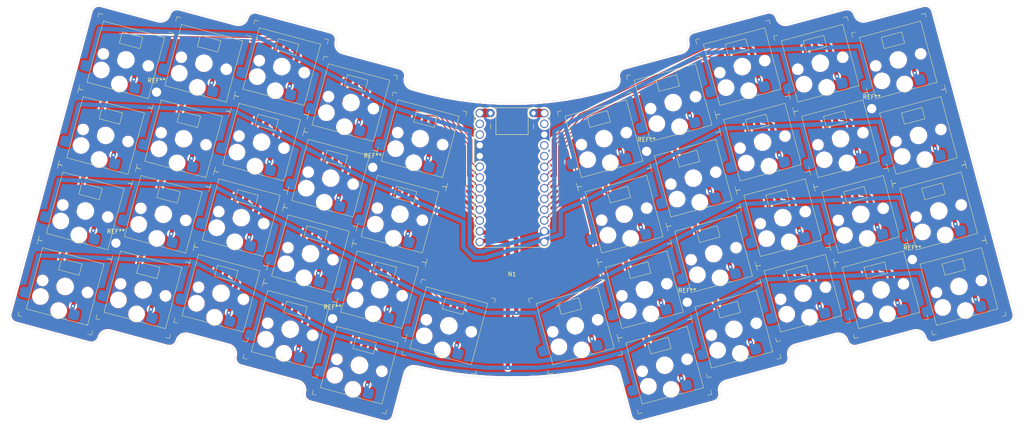
<source format=kicad_pcb>
(kicad_pcb (version 20171130) (host pcbnew "(5.1.6-0-10_14)")
  (layers (0 F.Cu signal) (31 B.Cu signal) (34 B.Paste user) (35 F.Paste user) (36 B.SilkS user) (37 F.SilkS user) (38 B.Mask user) (39 F.Mask user) (44 Edge.Cuts user))
  (net 0 "")
  (net 1 S3)
  (net 2 L5)
  (net 3 L4)
  (net 4 L3)
  (net 5 L2)
  (net 6 L1)
  (net 7 R1)
  (net 8 R2)
  (net 9 R3)
  (net 10 R4)
  (net 11 R5)
  (net 12 S2)
  (net 13 S1)
  (net 14 S0)
  (net 15 L0)
  (net 16 R0)
  (net 17 "Net-(N1-Pad18)")
  (net 18 "Net-(N1-Pad17)")
  (net 19 GND)
  (net 20 "Net-(N1-Pad15)")
  (net 21 "Net-(N1-Pad14)")
  (net 22 "Net-(N1-Pad3)")
  (net 23 "Net-(N1-Pad2)")
  (net 24 "Net-(N1-Pad1)")
  (module MountingHole:MountingHole_2.2mm_M2_ISO7380_Pad (layer F.Cu) (at 66 79.8)
    (fp_text reference REF** (at 0 -2.75) (layer F.SilkS))
    (fp_text value MountingHole_2.2mm_M2_ISO7380_Pad)
    (pad 1 thru_hole circle (at 0 0) (size 3.5 3.5) (drill 2.2) (layers *.Cu *.Mask) (net 19 GND))
  )
  (module MountingHole:MountingHole_2.2mm_M2_ISO7380_Pad (layer F.Cu) (at 56.4 115.5)
    (fp_text reference REF** (at 0 -2.75) (layer F.SilkS))
    (fp_text value MountingHole_2.2mm_M2_ISO7380_Pad)
    (pad 1 thru_hole circle (at 0 0) (size 3.5 3.5) (drill 2.2) (layers *.Cu *.Mask) (net 19 GND))
  )
  (module MountingHole:MountingHole_2.2mm_M2_ISO7380_Pad (layer F.Cu) (at 107.6 133.4)
    (fp_text reference REF** (at 0 -2.75) (layer F.SilkS))
    (fp_text value MountingHole_2.2mm_M2_ISO7380_Pad)
    (pad 1 thru_hole circle (at 0 0) (size 3.5 3.5) (drill 2.2) (layers *.Cu *.Mask) (net 19 GND))
  )
  (module MountingHole:MountingHole_2.2mm_M2_ISO7380_Pad (layer F.Cu) (at 117.1 97.6)
    (fp_text reference REF** (at 0 -2.75) (layer F.SilkS))
    (fp_text value MountingHole_2.2mm_M2_ISO7380_Pad)
    (pad 1 thru_hole circle (at 0 0) (size 3.5 3.5) (drill 2.2) (layers *.Cu *.Mask) (net 19 GND))
  )
  (module MountingHole:MountingHole_2.2mm_M2_ISO7380_Pad (layer F.Cu) (at 191.4 129.5)
    (fp_text reference REF** (at 0 -2.75) (layer F.SilkS))
    (fp_text value MountingHole_2.2mm_M2_ISO7380_Pad)
    (pad 1 thru_hole circle (at 0 0) (size 3.5 3.5) (drill 2.2) (layers *.Cu *.Mask) (net 19 GND))
  )
  (module MountingHole:MountingHole_2.2mm_M2_ISO7380_Pad (layer F.Cu) (at 181.8 93.8)
    (fp_text reference REF** (at 0 -2.75) (layer F.SilkS))
    (fp_text value MountingHole_2.2mm_M2_ISO7380_Pad)
    (pad 1 thru_hole circle (at 0 0) (size 3.5 3.5) (drill 2.2) (layers *.Cu *.Mask) (net 19 GND))
  )
  (module MountingHole:MountingHole_2.2mm_M2_ISO7380_Pad (layer F.Cu) (at 244.6 119.4)
    (fp_text reference REF** (at 0 -2.75) (layer F.SilkS))
    (fp_text value MountingHole_2.2mm_M2_ISO7380_Pad)
    (pad 1 thru_hole circle (at 0 0) (size 3.5 3.5) (drill 2.2) (layers *.Cu *.Mask) (net 19 GND))
  )
  (module MountingHole:MountingHole_2.2mm_M2_ISO7380_Pad (layer F.Cu) (at 235 83.7)
    (fp_text reference REF** (at 0 -2.75) (layer F.SilkS))
    (fp_text value MountingHole_2.2mm_M2_ISO7380_Pad)
    (pad 1 thru_hole circle (at 0 0) (size 3.5 3.5) (drill 2.2) (layers *.Cu *.Mask) (net 19 GND))
  )
  (module batreus:HotChoc (layer F.Cu) (at 111.940266 82.283448 345)
    (fp_text reference S3 hide)
    (fp_text value K hide)
    (pad 1 smd circle (at -8 -5.5 345) (size 1 1) (layers B.Cu B.Paste) (net 1 S3))
    (pad D thru_hole circle (at 3 4 345) (size 1 1) (drill 0.5) (layers *.Cu))
    (pad 2 smd roundrect (at -2.5 -4.8 345) (size 1 1) (layers F.Cu F.Paste) (net 5 L2))
    (pad D smd roundrect (at 1.65 -4.8 345) (size 1.2 1.2) (layers F.Cu F.Paste F.Mask) (roundrect_rratio 0.2))
    (pad 2 smd roundrect (at -1.65 -4.8 345) (size 1.2 1.2) (layers F.Cu F.Paste F.Mask) (roundrect_rratio 0.2) (net 5 L2))
    (pad 1 smd roundrect (at -8.75 3.8 345) (size 2.5 2.5) (layers B.Cu B.Paste B.Mask) (net 1 S3))
    (pad D smd roundrect (at 3.75 5.9 345) (size 2.5 2.5) (layers B.Cu B.Paste B.Mask))
    (pad "" np_thru_hole circle (at -5 3.8 345) (size 3 3) (drill 3) (layers *.Cu *.Mask))
    (pad "" np_thru_hole circle (at 0 5.9 345) (size 3 3) (drill 3) (layers *.Cu *.Mask))
    (pad "" np_thru_hole circle (at 5.5 0 345) (size 1.8 1.8) (drill 1.8) (layers *.Cu *.Mask))
    (pad "" np_thru_hole circle (at -5.5 0 345) (size 1.8 1.8) (drill 1.8) (layers *.Cu *.Mask))
    (pad "" np_thru_hole circle (at 0 0 345) (size 3.2 3.2) (drill 3.2) (layers *.Cu *.Mask))
  )
  (module batreus:nice!nano (layer F.Cu) (at 150 100)
    (fp_text reference N1 (at 0 22.86) (layer F.SilkS))
    (fp_text value nice!nano)
    (pad 14 thru_hole circle (at 5.08 -15.24) (size 2 2) (drill 1) (layers *.Cu F.Mask) (net 21 "Net-(N1-Pad14)"))
    (pad 1 thru_hole circle (at -5.08 -15.24) (size 2 2) (drill 1) (layers *.Cu F.Mask) (net 24 "Net-(N1-Pad1)"))
    (pad 26 thru_hole circle (at 7.62 15.24) (size 2 2) (drill 1.5) (layers *.Cu *.Mask) (net 12 S2))
    (pad 25 thru_hole circle (at 7.62 12.7) (size 2 2) (drill 1.5) (layers *.Cu *.Mask) (net 1 S3))
    (pad 24 thru_hole circle (at 7.62 10.16) (size 2 2) (drill 1.5) (layers *.Cu *.Mask) (net 16 R0))
    (pad 23 thru_hole circle (at 7.62 7.62) (size 2 2) (drill 1.5) (layers *.Cu *.Mask) (net 7 R1))
    (pad 22 thru_hole circle (at 7.62 5.08) (size 2 2) (drill 1.5) (layers *.Cu *.Mask) (net 8 R2))
    (pad 21 thru_hole circle (at 7.62 2.54) (size 2 2) (drill 1.5) (layers *.Cu *.Mask) (net 9 R3))
    (pad 20 thru_hole circle (at 7.62 0) (size 2 2) (drill 1.5) (layers *.Cu *.Mask) (net 10 R4))
    (pad 19 thru_hole circle (at 7.62 -2.54) (size 2 2) (drill 1.5) (layers *.Cu *.Mask) (net 11 R5))
    (pad 18 thru_hole circle (at 7.62 -5.08) (size 2 2) (drill 1.5) (layers *.Cu *.Mask) (net 17 "Net-(N1-Pad18)"))
    (pad 17 thru_hole circle (at 7.62 -7.62) (size 2 2) (drill 1.5) (layers *.Cu *.Mask) (net 18 "Net-(N1-Pad17)"))
    (pad 16 thru_hole circle (at 7.62 -10.16) (size 2 2) (drill 1.5) (layers *.Cu *.Mask) (net 19 GND))
    (pad 15 thru_hole circle (at 7.62 -12.7) (size 2 2) (drill 1.5) (layers *.Cu *.Mask) (net 20 "Net-(N1-Pad15)"))
    (pad 14 thru_hole circle (at 7.62 -15.24) (size 2 2) (drill 1.5) (layers *.Cu *.Mask) (net 21 "Net-(N1-Pad14)"))
    (pad 13 thru_hole circle (at -7.62 15.24) (size 2 2) (drill 1.5) (layers *.Cu *.Mask) (net 14 S0))
    (pad 12 thru_hole circle (at -7.62 12.7) (size 2 2) (drill 1.5) (layers *.Cu *.Mask) (net 13 S1))
    (pad 11 thru_hole circle (at -7.62 10.16) (size 2 2) (drill 1.5) (layers *.Cu *.Mask) (net 15 L0))
    (pad 10 thru_hole circle (at -7.62 7.62) (size 2 2) (drill 1.5) (layers *.Cu *.Mask) (net 6 L1))
    (pad 9 thru_hole circle (at -7.62 5.08) (size 2 2) (drill 1.5) (layers *.Cu *.Mask) (net 5 L2))
    (pad 8 thru_hole circle (at -7.62 2.54) (size 2 2) (drill 1.5) (layers *.Cu *.Mask) (net 4 L3))
    (pad 7 thru_hole circle (at -7.62 0) (size 2 2) (drill 1.5) (layers *.Cu *.Mask) (net 3 L4))
    (pad 6 thru_hole circle (at -7.62 -2.54) (size 2 2) (drill 1.5) (layers *.Cu *.Mask) (net 2 L5))
    (pad 5 thru_hole circle (at -7.62 -5.08) (size 2 2) (drill 1.5) (layers *.Cu *.Mask) (net 19 GND))
    (pad 4 thru_hole circle (at -7.62 -7.62) (size 2 2) (drill 1.5) (layers *.Cu *.Mask) (net 19 GND))
    (pad 3 thru_hole circle (at -7.62 -10.16) (size 2 2) (drill 1.5) (layers *.Cu *.Mask) (net 22 "Net-(N1-Pad3)"))
    (pad 2 thru_hole circle (at -7.62 -12.7) (size 2 2) (drill 1.5) (layers *.Cu *.Mask) (net 23 "Net-(N1-Pad2)"))
    (pad 1 thru_hole circle (at -7.62 -15.24) (size 2 2) (drill 1.5) (layers *.Cu *.Mask) (net 24 "Net-(N1-Pad1)"))
  )
  (module batreus:HotChoc (layer F.Cu) (at 171.708346 90.805894 15)
    (fp_text reference S5 hide)
    (fp_text value K hide)
    (pad 1 smd circle (at -8 -5.5 15) (size 1 1) (layers B.Cu B.Paste) (net 1 S3))
    (pad D thru_hole circle (at 3 4 15) (size 1 1) (drill 0.5) (layers *.Cu))
    (pad 2 smd roundrect (at -2.5 -4.8 15) (size 1 1) (layers F.Cu F.Paste) (net 7 R1))
    (pad D smd roundrect (at 1.65 -4.8 15) (size 1.2 1.2) (layers F.Cu F.Paste F.Mask) (roundrect_rratio 0.2))
    (pad 2 smd roundrect (at -1.65 -4.8 15) (size 1.2 1.2) (layers F.Cu F.Paste F.Mask) (roundrect_rratio 0.2) (net 7 R1))
    (pad 1 smd roundrect (at -8.75 3.8 15) (size 2.5 2.5) (layers B.Cu B.Paste B.Mask) (net 1 S3))
    (pad D smd roundrect (at 3.75 5.9 15) (size 2.5 2.5) (layers B.Cu B.Paste B.Mask))
    (pad "" np_thru_hole circle (at -5 3.8 15) (size 3 3) (drill 3) (layers *.Cu *.Mask))
    (pad "" np_thru_hole circle (at 0 5.9 15) (size 3 3) (drill 3) (layers *.Cu *.Mask))
    (pad "" np_thru_hole circle (at 5.5 0 15) (size 1.8 1.8) (drill 1.8) (layers *.Cu *.Mask))
    (pad "" np_thru_hole circle (at -5.5 0 15) (size 1.8 1.8) (drill 1.8) (layers *.Cu *.Mask))
    (pad "" np_thru_hole circle (at 0 0 15) (size 3.2 3.2) (drill 3.2) (layers *.Cu *.Mask))
  )
  (module batreus:HotChoc (layer F.Cu) (at 128.291654 90.805894 345)
    (fp_text reference S4 hide)
    (fp_text value K hide)
    (pad 1 smd circle (at -8 -5.5 345) (size 1 1) (layers B.Cu B.Paste) (net 1 S3))
    (pad D thru_hole circle (at 3 4 345) (size 1 1) (drill 0.5) (layers *.Cu))
    (pad 2 smd roundrect (at -2.5 -4.8 345) (size 1 1) (layers F.Cu F.Paste) (net 6 L1))
    (pad D smd roundrect (at 1.65 -4.8 345) (size 1.2 1.2) (layers F.Cu F.Paste F.Mask) (roundrect_rratio 0.2))
    (pad 2 smd roundrect (at -1.65 -4.8 345) (size 1.2 1.2) (layers F.Cu F.Paste F.Mask) (roundrect_rratio 0.2) (net 6 L1))
    (pad 1 smd roundrect (at -8.75 3.8 345) (size 2.5 2.5) (layers B.Cu B.Paste B.Mask) (net 1 S3))
    (pad D smd roundrect (at 3.75 5.9 345) (size 2.5 2.5) (layers B.Cu B.Paste B.Mask))
    (pad "" np_thru_hole circle (at -5 3.8 345) (size 3 3) (drill 3) (layers *.Cu *.Mask))
    (pad "" np_thru_hole circle (at 0 5.9 345) (size 3 3) (drill 3) (layers *.Cu *.Mask))
    (pad "" np_thru_hole circle (at 5.5 0 345) (size 1.8 1.8) (drill 1.8) (layers *.Cu *.Mask))
    (pad "" np_thru_hole circle (at -5.5 0 345) (size 1.8 1.8) (drill 1.8) (layers *.Cu *.Mask))
    (pad "" np_thru_hole circle (at 0 0 345) (size 3.2 3.2) (drill 3.2) (layers *.Cu *.Mask))
  )
  (module batreus:HotChoc (layer F.Cu) (at 164.933262 135.067596 15)
    (fp_text reference S41 hide)
    (fp_text value K hide)
    (pad 1 smd circle (at -8 -5.5 15) (size 1 1) (layers B.Cu B.Paste) (net 13 S1))
    (pad D thru_hole circle (at 3 4 15) (size 1 1) (drill 0.5) (layers *.Cu))
    (pad 2 smd roundrect (at -2.5 -4.8 15) (size 1 1) (layers F.Cu F.Paste) (net 16 R0))
    (pad D smd roundrect (at 1.65 -4.8 15) (size 1.2 1.2) (layers F.Cu F.Paste F.Mask) (roundrect_rratio 0.2))
    (pad 2 smd roundrect (at -1.65 -4.8 15) (size 1.2 1.2) (layers F.Cu F.Paste F.Mask) (roundrect_rratio 0.2) (net 16 R0))
    (pad 1 smd roundrect (at -8.75 3.8 15) (size 2.5 2.5) (layers B.Cu B.Paste B.Mask) (net 13 S1))
    (pad D smd roundrect (at 3.75 5.9 15) (size 2.5 2.5) (layers B.Cu B.Paste B.Mask))
    (pad "" np_thru_hole circle (at -5 3.8 15) (size 3 3) (drill 3) (layers *.Cu *.Mask))
    (pad "" np_thru_hole circle (at 0 5.9 15) (size 3 3) (drill 3) (layers *.Cu *.Mask))
    (pad "" np_thru_hole circle (at 5.5 0 15) (size 1.8 1.8) (drill 1.8) (layers *.Cu *.Mask))
    (pad "" np_thru_hole circle (at -5.5 0 15) (size 1.8 1.8) (drill 1.8) (layers *.Cu *.Mask))
    (pad "" np_thru_hole circle (at 0 0 15) (size 3.2 3.2) (drill 3.2) (layers *.Cu *.Mask))
  )
  (module batreus:HotChoc (layer F.Cu) (at 135.066738 135.067596 345)
    (fp_text reference S40 hide)
    (fp_text value K hide)
    (pad 1 smd circle (at -8 -5.5 345) (size 1 1) (layers B.Cu B.Paste) (net 13 S1))
    (pad D thru_hole circle (at 3 4 345) (size 1 1) (drill 0.5) (layers *.Cu))
    (pad 2 smd roundrect (at -2.5 -4.8 345) (size 1 1) (layers F.Cu F.Paste) (net 15 L0))
    (pad D smd roundrect (at 1.65 -4.8 345) (size 1.2 1.2) (layers F.Cu F.Paste F.Mask) (roundrect_rratio 0.2))
    (pad 2 smd roundrect (at -1.65 -4.8 345) (size 1.2 1.2) (layers F.Cu F.Paste F.Mask) (roundrect_rratio 0.2) (net 15 L0))
    (pad 1 smd roundrect (at -8.75 3.8 345) (size 2.5 2.5) (layers B.Cu B.Paste B.Mask) (net 13 S1))
    (pad D smd roundrect (at 3.75 5.9 345) (size 2.5 2.5) (layers B.Cu B.Paste B.Mask))
    (pad "" np_thru_hole circle (at -5 3.8 345) (size 3 3) (drill 3) (layers *.Cu *.Mask))
    (pad "" np_thru_hole circle (at 0 5.9 345) (size 3 3) (drill 3) (layers *.Cu *.Mask))
    (pad "" np_thru_hole circle (at 5.5 0 345) (size 1.8 1.8) (drill 1.8) (layers *.Cu *.Mask))
    (pad "" np_thru_hole circle (at -5.5 0 345) (size 1.8 1.8) (drill 1.8) (layers *.Cu *.Mask))
    (pad "" np_thru_hole circle (at 0 0 345) (size 3.2 3.2) (drill 3.2) (layers *.Cu *.Mask))
  )
  (module batreus:HotChoc (layer F.Cu) (at 255.619462 125.779806 15)
    (fp_text reference S39 hide)
    (fp_text value K hide)
    (pad 1 smd circle (at -8 -5.5 15) (size 1 1) (layers B.Cu B.Paste) (net 14 S0))
    (pad D thru_hole circle (at 3 4 15) (size 1 1) (drill 0.5) (layers *.Cu))
    (pad 2 smd roundrect (at -2.5 -4.8 15) (size 1 1) (layers F.Cu F.Paste) (net 11 R5))
    (pad D smd roundrect (at 1.65 -4.8 15) (size 1.2 1.2) (layers F.Cu F.Paste F.Mask) (roundrect_rratio 0.2))
    (pad 2 smd roundrect (at -1.65 -4.8 15) (size 1.2 1.2) (layers F.Cu F.Paste F.Mask) (roundrect_rratio 0.2) (net 11 R5))
    (pad 1 smd roundrect (at -8.75 3.8 15) (size 2.5 2.5) (layers B.Cu B.Paste B.Mask) (net 14 S0))
    (pad D smd roundrect (at 3.75 5.9 15) (size 2.5 2.5) (layers B.Cu B.Paste B.Mask))
    (pad "" np_thru_hole circle (at -5 3.8 15) (size 3 3) (drill 3) (layers *.Cu *.Mask))
    (pad "" np_thru_hole circle (at 0 5.9 15) (size 3 3) (drill 3) (layers *.Cu *.Mask))
    (pad "" np_thru_hole circle (at 5.5 0 15) (size 1.8 1.8) (drill 1.8) (layers *.Cu *.Mask))
    (pad "" np_thru_hole circle (at -5.5 0 15) (size 1.8 1.8) (drill 1.8) (layers *.Cu *.Mask))
    (pad "" np_thru_hole circle (at 0 0 15) (size 3.2 3.2) (drill 3.2) (layers *.Cu *.Mask))
  )
  (module batreus:HotChoc (layer F.Cu) (at 237.197521 126.574846 15)
    (fp_text reference S38 hide)
    (fp_text value K hide)
    (pad 1 smd circle (at -8 -5.5 15) (size 1 1) (layers B.Cu B.Paste) (net 14 S0))
    (pad D thru_hole circle (at 3 4 15) (size 1 1) (drill 0.5) (layers *.Cu))
    (pad 2 smd roundrect (at -2.5 -4.8 15) (size 1 1) (layers F.Cu F.Paste) (net 10 R4))
    (pad D smd roundrect (at 1.65 -4.8 15) (size 1.2 1.2) (layers F.Cu F.Paste F.Mask) (roundrect_rratio 0.2))
    (pad 2 smd roundrect (at -1.65 -4.8 15) (size 1.2 1.2) (layers F.Cu F.Paste F.Mask) (roundrect_rratio 0.2) (net 10 R4))
    (pad 1 smd roundrect (at -8.75 3.8 15) (size 2.5 2.5) (layers B.Cu B.Paste B.Mask) (net 14 S0))
    (pad D smd roundrect (at 3.75 5.9 15) (size 2.5 2.5) (layers B.Cu B.Paste B.Mask))
    (pad "" np_thru_hole circle (at -5 3.8 15) (size 3 3) (drill 3) (layers *.Cu *.Mask))
    (pad "" np_thru_hole circle (at 0 5.9 15) (size 3 3) (drill 3) (layers *.Cu *.Mask))
    (pad "" np_thru_hole circle (at 5.5 0 15) (size 1.8 1.8) (drill 1.8) (layers *.Cu *.Mask))
    (pad "" np_thru_hole circle (at -5.5 0 15) (size 1.8 1.8) (drill 1.8) (layers *.Cu *.Mask))
    (pad "" np_thru_hole circle (at 0 0 15) (size 3.2 3.2) (drill 3.2) (layers *.Cu *.Mask))
  )
  (module batreus:HotChoc (layer F.Cu) (at 218.77558 127.369886 15)
    (fp_text reference S37 hide)
    (fp_text value K hide)
    (pad 1 smd circle (at -8 -5.5 15) (size 1 1) (layers B.Cu B.Paste) (net 14 S0))
    (pad D thru_hole circle (at 3 4 15) (size 1 1) (drill 0.5) (layers *.Cu))
    (pad 2 smd roundrect (at -2.5 -4.8 15) (size 1 1) (layers F.Cu F.Paste) (net 9 R3))
    (pad D smd roundrect (at 1.65 -4.8 15) (size 1.2 1.2) (layers F.Cu F.Paste F.Mask) (roundrect_rratio 0.2))
    (pad 2 smd roundrect (at -1.65 -4.8 15) (size 1.2 1.2) (layers F.Cu F.Paste F.Mask) (roundrect_rratio 0.2) (net 9 R3))
    (pad 1 smd roundrect (at -8.75 3.8 15) (size 2.5 2.5) (layers B.Cu B.Paste B.Mask) (net 14 S0))
    (pad D smd roundrect (at 3.75 5.9 15) (size 2.5 2.5) (layers B.Cu B.Paste B.Mask))
    (pad "" np_thru_hole circle (at -5 3.8 15) (size 3 3) (drill 3) (layers *.Cu *.Mask))
    (pad "" np_thru_hole circle (at 0 5.9 15) (size 3 3) (drill 3) (layers *.Cu *.Mask))
    (pad "" np_thru_hole circle (at 5.5 0 15) (size 1.8 1.8) (drill 1.8) (layers *.Cu *.Mask))
    (pad "" np_thru_hole circle (at -5.5 0 15) (size 1.8 1.8) (drill 1.8) (layers *.Cu *.Mask))
    (pad "" np_thru_hole circle (at 0 0 15) (size 3.2 3.2) (drill 3.2) (layers *.Cu *.Mask))
  )
  (module batreus:HotChoc (layer F.Cu) (at 202.424191 135.892332 15)
    (fp_text reference S36 hide)
    (fp_text value K hide)
    (pad 1 smd circle (at -8 -5.5 15) (size 1 1) (layers B.Cu B.Paste) (net 14 S0))
    (pad D thru_hole circle (at 3 4 15) (size 1 1) (drill 0.5) (layers *.Cu))
    (pad 2 smd roundrect (at -2.5 -4.8 15) (size 1 1) (layers F.Cu F.Paste) (net 8 R2))
    (pad D smd roundrect (at 1.65 -4.8 15) (size 1.2 1.2) (layers F.Cu F.Paste F.Mask) (roundrect_rratio 0.2))
    (pad 2 smd roundrect (at -1.65 -4.8 15) (size 1.2 1.2) (layers F.Cu F.Paste F.Mask) (roundrect_rratio 0.2) (net 8 R2))
    (pad 1 smd roundrect (at -8.75 3.8 15) (size 2.5 2.5) (layers B.Cu B.Paste B.Mask) (net 14 S0))
    (pad D smd roundrect (at 3.75 5.9 15) (size 2.5 2.5) (layers B.Cu B.Paste B.Mask))
    (pad "" np_thru_hole circle (at -5 3.8 15) (size 3 3) (drill 3) (layers *.Cu *.Mask))
    (pad "" np_thru_hole circle (at 0 5.9 15) (size 3 3) (drill 3) (layers *.Cu *.Mask))
    (pad "" np_thru_hole circle (at 5.5 0 15) (size 1.8 1.8) (drill 1.8) (layers *.Cu *.Mask))
    (pad "" np_thru_hole circle (at -5.5 0 15) (size 1.8 1.8) (drill 1.8) (layers *.Cu *.Mask))
    (pad "" np_thru_hole circle (at 0 0 15) (size 3.2 3.2) (drill 3.2) (layers *.Cu *.Mask))
  )
  (module batreus:HotChoc (layer F.Cu) (at 186.072803 144.414778 15)
    (fp_text reference S35 hide)
    (fp_text value K hide)
    (pad 1 smd circle (at -8 -5.5 15) (size 1 1) (layers B.Cu B.Paste) (net 14 S0))
    (pad D thru_hole circle (at 3 4 15) (size 1 1) (drill 0.5) (layers *.Cu))
    (pad 2 smd roundrect (at -2.5 -4.8 15) (size 1 1) (layers F.Cu F.Paste) (net 7 R1))
    (pad D smd roundrect (at 1.65 -4.8 15) (size 1.2 1.2) (layers F.Cu F.Paste F.Mask) (roundrect_rratio 0.2))
    (pad 2 smd roundrect (at -1.65 -4.8 15) (size 1.2 1.2) (layers F.Cu F.Paste F.Mask) (roundrect_rratio 0.2) (net 7 R1))
    (pad 1 smd roundrect (at -8.75 3.8 15) (size 2.5 2.5) (layers B.Cu B.Paste B.Mask) (net 14 S0))
    (pad D smd roundrect (at 3.75 5.9 15) (size 2.5 2.5) (layers B.Cu B.Paste B.Mask))
    (pad "" np_thru_hole circle (at -5 3.8 15) (size 3 3) (drill 3) (layers *.Cu *.Mask))
    (pad "" np_thru_hole circle (at 0 5.9 15) (size 3 3) (drill 3) (layers *.Cu *.Mask))
    (pad "" np_thru_hole circle (at 5.5 0 15) (size 1.8 1.8) (drill 1.8) (layers *.Cu *.Mask))
    (pad "" np_thru_hole circle (at -5.5 0 15) (size 1.8 1.8) (drill 1.8) (layers *.Cu *.Mask))
    (pad "" np_thru_hole circle (at 0 0 15) (size 3.2 3.2) (drill 3.2) (layers *.Cu *.Mask))
  )
  (module batreus:HotChoc (layer F.Cu) (at 113.927197 144.414778 345)
    (fp_text reference S34 hide)
    (fp_text value K hide)
    (pad 1 smd circle (at -8 -5.5 345) (size 1 1) (layers B.Cu B.Paste) (net 14 S0))
    (pad D thru_hole circle (at 3 4 345) (size 1 1) (drill 0.5) (layers *.Cu))
    (pad 2 smd roundrect (at -2.5 -4.8 345) (size 1 1) (layers F.Cu F.Paste) (net 6 L1))
    (pad D smd roundrect (at 1.65 -4.8 345) (size 1.2 1.2) (layers F.Cu F.Paste F.Mask) (roundrect_rratio 0.2))
    (pad 2 smd roundrect (at -1.65 -4.8 345) (size 1.2 1.2) (layers F.Cu F.Paste F.Mask) (roundrect_rratio 0.2) (net 6 L1))
    (pad 1 smd roundrect (at -8.75 3.8 345) (size 2.5 2.5) (layers B.Cu B.Paste B.Mask) (net 14 S0))
    (pad D smd roundrect (at 3.75 5.9 345) (size 2.5 2.5) (layers B.Cu B.Paste B.Mask))
    (pad "" np_thru_hole circle (at -5 3.8 345) (size 3 3) (drill 3) (layers *.Cu *.Mask))
    (pad "" np_thru_hole circle (at 0 5.9 345) (size 3 3) (drill 3) (layers *.Cu *.Mask))
    (pad "" np_thru_hole circle (at 5.5 0 345) (size 1.8 1.8) (drill 1.8) (layers *.Cu *.Mask))
    (pad "" np_thru_hole circle (at -5.5 0 345) (size 1.8 1.8) (drill 1.8) (layers *.Cu *.Mask))
    (pad "" np_thru_hole circle (at 0 0 345) (size 3.2 3.2) (drill 3.2) (layers *.Cu *.Mask))
  )
  (module batreus:HotChoc (layer F.Cu) (at 97.575809 135.892332 345)
    (fp_text reference S33 hide)
    (fp_text value K hide)
    (pad 1 smd circle (at -8 -5.5 345) (size 1 1) (layers B.Cu B.Paste) (net 14 S0))
    (pad D thru_hole circle (at 3 4 345) (size 1 1) (drill 0.5) (layers *.Cu))
    (pad 2 smd roundrect (at -2.5 -4.8 345) (size 1 1) (layers F.Cu F.Paste) (net 5 L2))
    (pad D smd roundrect (at 1.65 -4.8 345) (size 1.2 1.2) (layers F.Cu F.Paste F.Mask) (roundrect_rratio 0.2))
    (pad 2 smd roundrect (at -1.65 -4.8 345) (size 1.2 1.2) (layers F.Cu F.Paste F.Mask) (roundrect_rratio 0.2) (net 5 L2))
    (pad 1 smd roundrect (at -8.75 3.8 345) (size 2.5 2.5) (layers B.Cu B.Paste B.Mask) (net 14 S0))
    (pad D smd roundrect (at 3.75 5.9 345) (size 2.5 2.5) (layers B.Cu B.Paste B.Mask))
    (pad "" np_thru_hole circle (at -5 3.8 345) (size 3 3) (drill 3) (layers *.Cu *.Mask))
    (pad "" np_thru_hole circle (at 0 5.9 345) (size 3 3) (drill 3) (layers *.Cu *.Mask))
    (pad "" np_thru_hole circle (at 5.5 0 345) (size 1.8 1.8) (drill 1.8) (layers *.Cu *.Mask))
    (pad "" np_thru_hole circle (at -5.5 0 345) (size 1.8 1.8) (drill 1.8) (layers *.Cu *.Mask))
    (pad "" np_thru_hole circle (at 0 0 345) (size 3.2 3.2) (drill 3.2) (layers *.Cu *.Mask))
  )
  (module batreus:HotChoc (layer F.Cu) (at 81.22442 127.369886 345)
    (fp_text reference S32 hide)
    (fp_text value K hide)
    (pad 1 smd circle (at -8 -5.5 345) (size 1 1) (layers B.Cu B.Paste) (net 14 S0))
    (pad D thru_hole circle (at 3 4 345) (size 1 1) (drill 0.5) (layers *.Cu))
    (pad 2 smd roundrect (at -2.5 -4.8 345) (size 1 1) (layers F.Cu F.Paste) (net 4 L3))
    (pad D smd roundrect (at 1.65 -4.8 345) (size 1.2 1.2) (layers F.Cu F.Paste F.Mask) (roundrect_rratio 0.2))
    (pad 2 smd roundrect (at -1.65 -4.8 345) (size 1.2 1.2) (layers F.Cu F.Paste F.Mask) (roundrect_rratio 0.2) (net 4 L3))
    (pad 1 smd roundrect (at -8.75 3.8 345) (size 2.5 2.5) (layers B.Cu B.Paste B.Mask) (net 14 S0))
    (pad D smd roundrect (at 3.75 5.9 345) (size 2.5 2.5) (layers B.Cu B.Paste B.Mask))
    (pad "" np_thru_hole circle (at -5 3.8 345) (size 3 3) (drill 3) (layers *.Cu *.Mask))
    (pad "" np_thru_hole circle (at 0 5.9 345) (size 3 3) (drill 3) (layers *.Cu *.Mask))
    (pad "" np_thru_hole circle (at 5.5 0 345) (size 1.8 1.8) (drill 1.8) (layers *.Cu *.Mask))
    (pad "" np_thru_hole circle (at -5.5 0 345) (size 1.8 1.8) (drill 1.8) (layers *.Cu *.Mask))
    (pad "" np_thru_hole circle (at 0 0 345) (size 3.2 3.2) (drill 3.2) (layers *.Cu *.Mask))
  )
  (module batreus:HotChoc (layer F.Cu) (at 62.802479 126.574846 345)
    (fp_text reference S31 hide)
    (fp_text value K hide)
    (pad 1 smd circle (at -8 -5.5 345) (size 1 1) (layers B.Cu B.Paste) (net 14 S0))
    (pad D thru_hole circle (at 3 4 345) (size 1 1) (drill 0.5) (layers *.Cu))
    (pad 2 smd roundrect (at -2.5 -4.8 345) (size 1 1) (layers F.Cu F.Paste) (net 3 L4))
    (pad D smd roundrect (at 1.65 -4.8 345) (size 1.2 1.2) (layers F.Cu F.Paste F.Mask) (roundrect_rratio 0.2))
    (pad 2 smd roundrect (at -1.65 -4.8 345) (size 1.2 1.2) (layers F.Cu F.Paste F.Mask) (roundrect_rratio 0.2) (net 3 L4))
    (pad 1 smd roundrect (at -8.75 3.8 345) (size 2.5 2.5) (layers B.Cu B.Paste B.Mask) (net 14 S0))
    (pad D smd roundrect (at 3.75 5.9 345) (size 2.5 2.5) (layers B.Cu B.Paste B.Mask))
    (pad "" np_thru_hole circle (at -5 3.8 345) (size 3 3) (drill 3) (layers *.Cu *.Mask))
    (pad "" np_thru_hole circle (at 0 5.9 345) (size 3 3) (drill 3) (layers *.Cu *.Mask))
    (pad "" np_thru_hole circle (at 5.5 0 345) (size 1.8 1.8) (drill 1.8) (layers *.Cu *.Mask))
    (pad "" np_thru_hole circle (at -5.5 0 345) (size 1.8 1.8) (drill 1.8) (layers *.Cu *.Mask))
    (pad "" np_thru_hole circle (at 0 0 345) (size 3.2 3.2) (drill 3.2) (layers *.Cu *.Mask))
  )
  (module batreus:HotChoc (layer F.Cu) (at 44.380538 125.779806 345)
    (fp_text reference S30 hide)
    (fp_text value K hide)
    (pad 1 smd circle (at -8 -5.5 345) (size 1 1) (layers B.Cu B.Paste) (net 14 S0))
    (pad D thru_hole circle (at 3 4 345) (size 1 1) (drill 0.5) (layers *.Cu))
    (pad 2 smd roundrect (at -2.5 -4.8 345) (size 1 1) (layers F.Cu F.Paste) (net 2 L5))
    (pad D smd roundrect (at 1.65 -4.8 345) (size 1.2 1.2) (layers F.Cu F.Paste F.Mask) (roundrect_rratio 0.2))
    (pad 2 smd roundrect (at -1.65 -4.8 345) (size 1.2 1.2) (layers F.Cu F.Paste F.Mask) (roundrect_rratio 0.2) (net 2 L5))
    (pad 1 smd roundrect (at -8.75 3.8 345) (size 2.5 2.5) (layers B.Cu B.Paste B.Mask) (net 14 S0))
    (pad D smd roundrect (at 3.75 5.9 345) (size 2.5 2.5) (layers B.Cu B.Paste B.Mask))
    (pad "" np_thru_hole circle (at -5 3.8 345) (size 3 3) (drill 3) (layers *.Cu *.Mask))
    (pad "" np_thru_hole circle (at 0 5.9 345) (size 3 3) (drill 3) (layers *.Cu *.Mask))
    (pad "" np_thru_hole circle (at 5.5 0 345) (size 1.8 1.8) (drill 1.8) (layers *.Cu *.Mask))
    (pad "" np_thru_hole circle (at -5.5 0 345) (size 1.8 1.8) (drill 1.8) (layers *.Cu *.Mask))
    (pad "" np_thru_hole circle (at 0 0 345) (size 3.2 3.2) (drill 3.2) (layers *.Cu *.Mask))
  )
  (module batreus:HotChoc (layer F.Cu) (at 250.83131 107.910179 15)
    (fp_text reference S29 hide)
    (fp_text value K hide)
    (pad 1 smd circle (at -8 -5.5 15) (size 1 1) (layers B.Cu B.Paste) (net 13 S1))
    (pad D thru_hole circle (at 3 4 15) (size 1 1) (drill 0.5) (layers *.Cu))
    (pad 2 smd roundrect (at -2.5 -4.8 15) (size 1 1) (layers F.Cu F.Paste) (net 11 R5))
    (pad D smd roundrect (at 1.65 -4.8 15) (size 1.2 1.2) (layers F.Cu F.Paste F.Mask) (roundrect_rratio 0.2))
    (pad 2 smd roundrect (at -1.65 -4.8 15) (size 1.2 1.2) (layers F.Cu F.Paste F.Mask) (roundrect_rratio 0.2) (net 11 R5))
    (pad 1 smd roundrect (at -8.75 3.8 15) (size 2.5 2.5) (layers B.Cu B.Paste B.Mask) (net 13 S1))
    (pad D smd roundrect (at 3.75 5.9 15) (size 2.5 2.5) (layers B.Cu B.Paste B.Mask))
    (pad "" np_thru_hole circle (at -5 3.8 15) (size 3 3) (drill 3) (layers *.Cu *.Mask))
    (pad "" np_thru_hole circle (at 0 5.9 15) (size 3 3) (drill 3) (layers *.Cu *.Mask))
    (pad "" np_thru_hole circle (at 5.5 0 15) (size 1.8 1.8) (drill 1.8) (layers *.Cu *.Mask))
    (pad "" np_thru_hole circle (at -5.5 0 15) (size 1.8 1.8) (drill 1.8) (layers *.Cu *.Mask))
    (pad "" np_thru_hole circle (at 0 0 15) (size 3.2 3.2) (drill 3.2) (layers *.Cu *.Mask))
  )
  (module batreus:HotChoc (layer F.Cu) (at 232.409369 108.705218 15)
    (fp_text reference S28 hide)
    (fp_text value K hide)
    (pad 1 smd circle (at -8 -5.5 15) (size 1 1) (layers B.Cu B.Paste) (net 13 S1))
    (pad D thru_hole circle (at 3 4 15) (size 1 1) (drill 0.5) (layers *.Cu))
    (pad 2 smd roundrect (at -2.5 -4.8 15) (size 1 1) (layers F.Cu F.Paste) (net 10 R4))
    (pad D smd roundrect (at 1.65 -4.8 15) (size 1.2 1.2) (layers F.Cu F.Paste F.Mask) (roundrect_rratio 0.2))
    (pad 2 smd roundrect (at -1.65 -4.8 15) (size 1.2 1.2) (layers F.Cu F.Paste F.Mask) (roundrect_rratio 0.2) (net 10 R4))
    (pad 1 smd roundrect (at -8.75 3.8 15) (size 2.5 2.5) (layers B.Cu B.Paste B.Mask) (net 13 S1))
    (pad D smd roundrect (at 3.75 5.9 15) (size 2.5 2.5) (layers B.Cu B.Paste B.Mask))
    (pad "" np_thru_hole circle (at -5 3.8 15) (size 3 3) (drill 3) (layers *.Cu *.Mask))
    (pad "" np_thru_hole circle (at 0 5.9 15) (size 3 3) (drill 3) (layers *.Cu *.Mask))
    (pad "" np_thru_hole circle (at 5.5 0 15) (size 1.8 1.8) (drill 1.8) (layers *.Cu *.Mask))
    (pad "" np_thru_hole circle (at -5.5 0 15) (size 1.8 1.8) (drill 1.8) (layers *.Cu *.Mask))
    (pad "" np_thru_hole circle (at 0 0 15) (size 3.2 3.2) (drill 3.2) (layers *.Cu *.Mask))
  )
  (module batreus:HotChoc (layer F.Cu) (at 213.987428 109.500258 15)
    (fp_text reference S27 hide)
    (fp_text value K hide)
    (pad 1 smd circle (at -8 -5.5 15) (size 1 1) (layers B.Cu B.Paste) (net 13 S1))
    (pad D thru_hole circle (at 3 4 15) (size 1 1) (drill 0.5) (layers *.Cu))
    (pad 2 smd roundrect (at -2.5 -4.8 15) (size 1 1) (layers F.Cu F.Paste) (net 9 R3))
    (pad D smd roundrect (at 1.65 -4.8 15) (size 1.2 1.2) (layers F.Cu F.Paste F.Mask) (roundrect_rratio 0.2))
    (pad 2 smd roundrect (at -1.65 -4.8 15) (size 1.2 1.2) (layers F.Cu F.Paste F.Mask) (roundrect_rratio 0.2) (net 9 R3))
    (pad 1 smd roundrect (at -8.75 3.8 15) (size 2.5 2.5) (layers B.Cu B.Paste B.Mask) (net 13 S1))
    (pad D smd roundrect (at 3.75 5.9 15) (size 2.5 2.5) (layers B.Cu B.Paste B.Mask))
    (pad "" np_thru_hole circle (at -5 3.8 15) (size 3 3) (drill 3) (layers *.Cu *.Mask))
    (pad "" np_thru_hole circle (at 0 5.9 15) (size 3 3) (drill 3) (layers *.Cu *.Mask))
    (pad "" np_thru_hole circle (at 5.5 0 15) (size 1.8 1.8) (drill 1.8) (layers *.Cu *.Mask))
    (pad "" np_thru_hole circle (at -5.5 0 15) (size 1.8 1.8) (drill 1.8) (layers *.Cu *.Mask))
    (pad "" np_thru_hole circle (at 0 0 15) (size 3.2 3.2) (drill 3.2) (layers *.Cu *.Mask))
  )
  (module batreus:HotChoc (layer F.Cu) (at 197.636039 118.022704 15)
    (fp_text reference S26 hide)
    (fp_text value K hide)
    (pad 1 smd circle (at -8 -5.5 15) (size 1 1) (layers B.Cu B.Paste) (net 13 S1))
    (pad D thru_hole circle (at 3 4 15) (size 1 1) (drill 0.5) (layers *.Cu))
    (pad 2 smd roundrect (at -2.5 -4.8 15) (size 1 1) (layers F.Cu F.Paste) (net 8 R2))
    (pad D smd roundrect (at 1.65 -4.8 15) (size 1.2 1.2) (layers F.Cu F.Paste F.Mask) (roundrect_rratio 0.2))
    (pad 2 smd roundrect (at -1.65 -4.8 15) (size 1.2 1.2) (layers F.Cu F.Paste F.Mask) (roundrect_rratio 0.2) (net 8 R2))
    (pad 1 smd roundrect (at -8.75 3.8 15) (size 2.5 2.5) (layers B.Cu B.Paste B.Mask) (net 13 S1))
    (pad D smd roundrect (at 3.75 5.9 15) (size 2.5 2.5) (layers B.Cu B.Paste B.Mask))
    (pad "" np_thru_hole circle (at -5 3.8 15) (size 3 3) (drill 3) (layers *.Cu *.Mask))
    (pad "" np_thru_hole circle (at 0 5.9 15) (size 3 3) (drill 3) (layers *.Cu *.Mask))
    (pad "" np_thru_hole circle (at 5.5 0 15) (size 1.8 1.8) (drill 1.8) (layers *.Cu *.Mask))
    (pad "" np_thru_hole circle (at -5.5 0 15) (size 1.8 1.8) (drill 1.8) (layers *.Cu *.Mask))
    (pad "" np_thru_hole circle (at 0 0 15) (size 3.2 3.2) (drill 3.2) (layers *.Cu *.Mask))
  )
  (module batreus:HotChoc (layer F.Cu) (at 181.28465 126.54515 15)
    (fp_text reference S25 hide)
    (fp_text value K hide)
    (pad 1 smd circle (at -8 -5.5 15) (size 1 1) (layers B.Cu B.Paste) (net 13 S1))
    (pad D thru_hole circle (at 3 4 15) (size 1 1) (drill 0.5) (layers *.Cu))
    (pad 2 smd roundrect (at -2.5 -4.8 15) (size 1 1) (layers F.Cu F.Paste) (net 7 R1))
    (pad D smd roundrect (at 1.65 -4.8 15) (size 1.2 1.2) (layers F.Cu F.Paste F.Mask) (roundrect_rratio 0.2))
    (pad 2 smd roundrect (at -1.65 -4.8 15) (size 1.2 1.2) (layers F.Cu F.Paste F.Mask) (roundrect_rratio 0.2) (net 7 R1))
    (pad 1 smd roundrect (at -8.75 3.8 15) (size 2.5 2.5) (layers B.Cu B.Paste B.Mask) (net 13 S1))
    (pad D smd roundrect (at 3.75 5.9 15) (size 2.5 2.5) (layers B.Cu B.Paste B.Mask))
    (pad "" np_thru_hole circle (at -5 3.8 15) (size 3 3) (drill 3) (layers *.Cu *.Mask))
    (pad "" np_thru_hole circle (at 0 5.9 15) (size 3 3) (drill 3) (layers *.Cu *.Mask))
    (pad "" np_thru_hole circle (at 5.5 0 15) (size 1.8 1.8) (drill 1.8) (layers *.Cu *.Mask))
    (pad "" np_thru_hole circle (at -5.5 0 15) (size 1.8 1.8) (drill 1.8) (layers *.Cu *.Mask))
    (pad "" np_thru_hole circle (at 0 0 15) (size 3.2 3.2) (drill 3.2) (layers *.Cu *.Mask))
  )
  (module batreus:HotChoc (layer F.Cu) (at 118.71535 126.54515 345)
    (fp_text reference S24 hide)
    (fp_text value K hide)
    (pad 1 smd circle (at -8 -5.5 345) (size 1 1) (layers B.Cu B.Paste) (net 13 S1))
    (pad D thru_hole circle (at 3 4 345) (size 1 1) (drill 0.5) (layers *.Cu))
    (pad 2 smd roundrect (at -2.5 -4.8 345) (size 1 1) (layers F.Cu F.Paste) (net 6 L1))
    (pad D smd roundrect (at 1.65 -4.8 345) (size 1.2 1.2) (layers F.Cu F.Paste F.Mask) (roundrect_rratio 0.2))
    (pad 2 smd roundrect (at -1.65 -4.8 345) (size 1.2 1.2) (layers F.Cu F.Paste F.Mask) (roundrect_rratio 0.2) (net 6 L1))
    (pad 1 smd roundrect (at -8.75 3.8 345) (size 2.5 2.5) (layers B.Cu B.Paste B.Mask) (net 13 S1))
    (pad D smd roundrect (at 3.75 5.9 345) (size 2.5 2.5) (layers B.Cu B.Paste B.Mask))
    (pad "" np_thru_hole circle (at -5 3.8 345) (size 3 3) (drill 3) (layers *.Cu *.Mask))
    (pad "" np_thru_hole circle (at 0 5.9 345) (size 3 3) (drill 3) (layers *.Cu *.Mask))
    (pad "" np_thru_hole circle (at 5.5 0 345) (size 1.8 1.8) (drill 1.8) (layers *.Cu *.Mask))
    (pad "" np_thru_hole circle (at -5.5 0 345) (size 1.8 1.8) (drill 1.8) (layers *.Cu *.Mask))
    (pad "" np_thru_hole circle (at 0 0 345) (size 3.2 3.2) (drill 3.2) (layers *.Cu *.Mask))
  )
  (module batreus:HotChoc (layer F.Cu) (at 102.363961 118.022704 345)
    (fp_text reference S23 hide)
    (fp_text value K hide)
    (pad 1 smd circle (at -8 -5.5 345) (size 1 1) (layers B.Cu B.Paste) (net 13 S1))
    (pad D thru_hole circle (at 3 4 345) (size 1 1) (drill 0.5) (layers *.Cu))
    (pad 2 smd roundrect (at -2.5 -4.8 345) (size 1 1) (layers F.Cu F.Paste) (net 5 L2))
    (pad D smd roundrect (at 1.65 -4.8 345) (size 1.2 1.2) (layers F.Cu F.Paste F.Mask) (roundrect_rratio 0.2))
    (pad 2 smd roundrect (at -1.65 -4.8 345) (size 1.2 1.2) (layers F.Cu F.Paste F.Mask) (roundrect_rratio 0.2) (net 5 L2))
    (pad 1 smd roundrect (at -8.75 3.8 345) (size 2.5 2.5) (layers B.Cu B.Paste B.Mask) (net 13 S1))
    (pad D smd roundrect (at 3.75 5.9 345) (size 2.5 2.5) (layers B.Cu B.Paste B.Mask))
    (pad "" np_thru_hole circle (at -5 3.8 345) (size 3 3) (drill 3) (layers *.Cu *.Mask))
    (pad "" np_thru_hole circle (at 0 5.9 345) (size 3 3) (drill 3) (layers *.Cu *.Mask))
    (pad "" np_thru_hole circle (at 5.5 0 345) (size 1.8 1.8) (drill 1.8) (layers *.Cu *.Mask))
    (pad "" np_thru_hole circle (at -5.5 0 345) (size 1.8 1.8) (drill 1.8) (layers *.Cu *.Mask))
    (pad "" np_thru_hole circle (at 0 0 345) (size 3.2 3.2) (drill 3.2) (layers *.Cu *.Mask))
  )
  (module batreus:HotChoc (layer F.Cu) (at 86.012572 109.500258 345)
    (fp_text reference S22 hide)
    (fp_text value K hide)
    (pad 1 smd circle (at -8 -5.5 345) (size 1 1) (layers B.Cu B.Paste) (net 13 S1))
    (pad D thru_hole circle (at 3 4 345) (size 1 1) (drill 0.5) (layers *.Cu))
    (pad 2 smd roundrect (at -2.5 -4.8 345) (size 1 1) (layers F.Cu F.Paste) (net 4 L3))
    (pad D smd roundrect (at 1.65 -4.8 345) (size 1.2 1.2) (layers F.Cu F.Paste F.Mask) (roundrect_rratio 0.2))
    (pad 2 smd roundrect (at -1.65 -4.8 345) (size 1.2 1.2) (layers F.Cu F.Paste F.Mask) (roundrect_rratio 0.2) (net 4 L3))
    (pad 1 smd roundrect (at -8.75 3.8 345) (size 2.5 2.5) (layers B.Cu B.Paste B.Mask) (net 13 S1))
    (pad D smd roundrect (at 3.75 5.9 345) (size 2.5 2.5) (layers B.Cu B.Paste B.Mask))
    (pad "" np_thru_hole circle (at -5 3.8 345) (size 3 3) (drill 3) (layers *.Cu *.Mask))
    (pad "" np_thru_hole circle (at 0 5.9 345) (size 3 3) (drill 3) (layers *.Cu *.Mask))
    (pad "" np_thru_hole circle (at 5.5 0 345) (size 1.8 1.8) (drill 1.8) (layers *.Cu *.Mask))
    (pad "" np_thru_hole circle (at -5.5 0 345) (size 1.8 1.8) (drill 1.8) (layers *.Cu *.Mask))
    (pad "" np_thru_hole circle (at 0 0 345) (size 3.2 3.2) (drill 3.2) (layers *.Cu *.Mask))
  )
  (module batreus:HotChoc (layer F.Cu) (at 67.590631 108.705218 345)
    (fp_text reference S21 hide)
    (fp_text value K hide)
    (pad 1 smd circle (at -8 -5.5 345) (size 1 1) (layers B.Cu B.Paste) (net 13 S1))
    (pad D thru_hole circle (at 3 4 345) (size 1 1) (drill 0.5) (layers *.Cu))
    (pad 2 smd roundrect (at -2.5 -4.8 345) (size 1 1) (layers F.Cu F.Paste) (net 3 L4))
    (pad D smd roundrect (at 1.65 -4.8 345) (size 1.2 1.2) (layers F.Cu F.Paste F.Mask) (roundrect_rratio 0.2))
    (pad 2 smd roundrect (at -1.65 -4.8 345) (size 1.2 1.2) (layers F.Cu F.Paste F.Mask) (roundrect_rratio 0.2) (net 3 L4))
    (pad 1 smd roundrect (at -8.75 3.8 345) (size 2.5 2.5) (layers B.Cu B.Paste B.Mask) (net 13 S1))
    (pad D smd roundrect (at 3.75 5.9 345) (size 2.5 2.5) (layers B.Cu B.Paste B.Mask))
    (pad "" np_thru_hole circle (at -5 3.8 345) (size 3 3) (drill 3) (layers *.Cu *.Mask))
    (pad "" np_thru_hole circle (at 0 5.9 345) (size 3 3) (drill 3) (layers *.Cu *.Mask))
    (pad "" np_thru_hole circle (at 5.5 0 345) (size 1.8 1.8) (drill 1.8) (layers *.Cu *.Mask))
    (pad "" np_thru_hole circle (at -5.5 0 345) (size 1.8 1.8) (drill 1.8) (layers *.Cu *.Mask))
    (pad "" np_thru_hole circle (at 0 0 345) (size 3.2 3.2) (drill 3.2) (layers *.Cu *.Mask))
  )
  (module batreus:HotChoc (layer F.Cu) (at 49.16869 107.910179 345)
    (fp_text reference S20 hide)
    (fp_text value K hide)
    (pad 1 smd circle (at -8 -5.5 345) (size 1 1) (layers B.Cu B.Paste) (net 13 S1))
    (pad D thru_hole circle (at 3 4 345) (size 1 1) (drill 0.5) (layers *.Cu))
    (pad 2 smd roundrect (at -2.5 -4.8 345) (size 1 1) (layers F.Cu F.Paste) (net 2 L5))
    (pad D smd roundrect (at 1.65 -4.8 345) (size 1.2 1.2) (layers F.Cu F.Paste F.Mask) (roundrect_rratio 0.2))
    (pad 2 smd roundrect (at -1.65 -4.8 345) (size 1.2 1.2) (layers F.Cu F.Paste F.Mask) (roundrect_rratio 0.2) (net 2 L5))
    (pad 1 smd roundrect (at -8.75 3.8 345) (size 2.5 2.5) (layers B.Cu B.Paste B.Mask) (net 13 S1))
    (pad D smd roundrect (at 3.75 5.9 345) (size 2.5 2.5) (layers B.Cu B.Paste B.Mask))
    (pad "" np_thru_hole circle (at -5 3.8 345) (size 3 3) (drill 3) (layers *.Cu *.Mask))
    (pad "" np_thru_hole circle (at 0 5.9 345) (size 3 3) (drill 3) (layers *.Cu *.Mask))
    (pad "" np_thru_hole circle (at 5.5 0 345) (size 1.8 1.8) (drill 1.8) (layers *.Cu *.Mask))
    (pad "" np_thru_hole circle (at -5.5 0 345) (size 1.8 1.8) (drill 1.8) (layers *.Cu *.Mask))
    (pad "" np_thru_hole circle (at 0 0 345) (size 3.2 3.2) (drill 3.2) (layers *.Cu *.Mask))
  )
  (module batreus:HotChoc (layer F.Cu) (at 246.043157 90.040551 15)
    (fp_text reference S19 hide)
    (fp_text value K hide)
    (pad 1 smd circle (at -8 -5.5 15) (size 1 1) (layers B.Cu B.Paste) (net 12 S2))
    (pad D thru_hole circle (at 3 4 15) (size 1 1) (drill 0.5) (layers *.Cu))
    (pad 2 smd roundrect (at -2.5 -4.8 15) (size 1 1) (layers F.Cu F.Paste) (net 11 R5))
    (pad D smd roundrect (at 1.65 -4.8 15) (size 1.2 1.2) (layers F.Cu F.Paste F.Mask) (roundrect_rratio 0.2))
    (pad 2 smd roundrect (at -1.65 -4.8 15) (size 1.2 1.2) (layers F.Cu F.Paste F.Mask) (roundrect_rratio 0.2) (net 11 R5))
    (pad 1 smd roundrect (at -8.75 3.8 15) (size 2.5 2.5) (layers B.Cu B.Paste B.Mask) (net 12 S2))
    (pad D smd roundrect (at 3.75 5.9 15) (size 2.5 2.5) (layers B.Cu B.Paste B.Mask))
    (pad "" np_thru_hole circle (at -5 3.8 15) (size 3 3) (drill 3) (layers *.Cu *.Mask))
    (pad "" np_thru_hole circle (at 0 5.9 15) (size 3 3) (drill 3) (layers *.Cu *.Mask))
    (pad "" np_thru_hole circle (at 5.5 0 15) (size 1.8 1.8) (drill 1.8) (layers *.Cu *.Mask))
    (pad "" np_thru_hole circle (at -5.5 0 15) (size 1.8 1.8) (drill 1.8) (layers *.Cu *.Mask))
    (pad "" np_thru_hole circle (at 0 0 15) (size 3.2 3.2) (drill 3.2) (layers *.Cu *.Mask))
  )
  (module batreus:HotChoc (layer F.Cu) (at 227.621216 90.83559 15)
    (fp_text reference S18 hide)
    (fp_text value K hide)
    (pad 1 smd circle (at -8 -5.5 15) (size 1 1) (layers B.Cu B.Paste) (net 12 S2))
    (pad D thru_hole circle (at 3 4 15) (size 1 1) (drill 0.5) (layers *.Cu))
    (pad 2 smd roundrect (at -2.5 -4.8 15) (size 1 1) (layers F.Cu F.Paste) (net 10 R4))
    (pad D smd roundrect (at 1.65 -4.8 15) (size 1.2 1.2) (layers F.Cu F.Paste F.Mask) (roundrect_rratio 0.2))
    (pad 2 smd roundrect (at -1.65 -4.8 15) (size 1.2 1.2) (layers F.Cu F.Paste F.Mask) (roundrect_rratio 0.2) (net 10 R4))
    (pad 1 smd roundrect (at -8.75 3.8 15) (size 2.5 2.5) (layers B.Cu B.Paste B.Mask) (net 12 S2))
    (pad D smd roundrect (at 3.75 5.9 15) (size 2.5 2.5) (layers B.Cu B.Paste B.Mask))
    (pad "" np_thru_hole circle (at -5 3.8 15) (size 3 3) (drill 3) (layers *.Cu *.Mask))
    (pad "" np_thru_hole circle (at 0 5.9 15) (size 3 3) (drill 3) (layers *.Cu *.Mask))
    (pad "" np_thru_hole circle (at 5.5 0 15) (size 1.8 1.8) (drill 1.8) (layers *.Cu *.Mask))
    (pad "" np_thru_hole circle (at -5.5 0 15) (size 1.8 1.8) (drill 1.8) (layers *.Cu *.Mask))
    (pad "" np_thru_hole circle (at 0 0 15) (size 3.2 3.2) (drill 3.2) (layers *.Cu *.Mask))
  )
  (module batreus:HotChoc (layer F.Cu) (at 209.199275 91.63063 15)
    (fp_text reference S17 hide)
    (fp_text value K hide)
    (pad 1 smd circle (at -8 -5.5 15) (size 1 1) (layers B.Cu B.Paste) (net 12 S2))
    (pad D thru_hole circle (at 3 4 15) (size 1 1) (drill 0.5) (layers *.Cu))
    (pad 2 smd roundrect (at -2.5 -4.8 15) (size 1 1) (layers F.Cu F.Paste) (net 9 R3))
    (pad D smd roundrect (at 1.65 -4.8 15) (size 1.2 1.2) (layers F.Cu F.Paste F.Mask) (roundrect_rratio 0.2))
    (pad 2 smd roundrect (at -1.65 -4.8 15) (size 1.2 1.2) (layers F.Cu F.Paste F.Mask) (roundrect_rratio 0.2) (net 9 R3))
    (pad 1 smd roundrect (at -8.75 3.8 15) (size 2.5 2.5) (layers B.Cu B.Paste B.Mask) (net 12 S2))
    (pad D smd roundrect (at 3.75 5.9 15) (size 2.5 2.5) (layers B.Cu B.Paste B.Mask))
    (pad "" np_thru_hole circle (at -5 3.8 15) (size 3 3) (drill 3) (layers *.Cu *.Mask))
    (pad "" np_thru_hole circle (at 0 5.9 15) (size 3 3) (drill 3) (layers *.Cu *.Mask))
    (pad "" np_thru_hole circle (at 5.5 0 15) (size 1.8 1.8) (drill 1.8) (layers *.Cu *.Mask))
    (pad "" np_thru_hole circle (at -5.5 0 15) (size 1.8 1.8) (drill 1.8) (layers *.Cu *.Mask))
    (pad "" np_thru_hole circle (at 0 0 15) (size 3.2 3.2) (drill 3.2) (layers *.Cu *.Mask))
  )
  (module batreus:HotChoc (layer F.Cu) (at 192.847887 100.153076 15)
    (fp_text reference S16 hide)
    (fp_text value K hide)
    (pad 1 smd circle (at -8 -5.5 15) (size 1 1) (layers B.Cu B.Paste) (net 12 S2))
    (pad D thru_hole circle (at 3 4 15) (size 1 1) (drill 0.5) (layers *.Cu))
    (pad 2 smd roundrect (at -2.5 -4.8 15) (size 1 1) (layers F.Cu F.Paste) (net 8 R2))
    (pad D smd roundrect (at 1.65 -4.8 15) (size 1.2 1.2) (layers F.Cu F.Paste F.Mask) (roundrect_rratio 0.2))
    (pad 2 smd roundrect (at -1.65 -4.8 15) (size 1.2 1.2) (layers F.Cu F.Paste F.Mask) (roundrect_rratio 0.2) (net 8 R2))
    (pad 1 smd roundrect (at -8.75 3.8 15) (size 2.5 2.5) (layers B.Cu B.Paste B.Mask) (net 12 S2))
    (pad D smd roundrect (at 3.75 5.9 15) (size 2.5 2.5) (layers B.Cu B.Paste B.Mask))
    (pad "" np_thru_hole circle (at -5 3.8 15) (size 3 3) (drill 3) (layers *.Cu *.Mask))
    (pad "" np_thru_hole circle (at 0 5.9 15) (size 3 3) (drill 3) (layers *.Cu *.Mask))
    (pad "" np_thru_hole circle (at 5.5 0 15) (size 1.8 1.8) (drill 1.8) (layers *.Cu *.Mask))
    (pad "" np_thru_hole circle (at -5.5 0 15) (size 1.8 1.8) (drill 1.8) (layers *.Cu *.Mask))
    (pad "" np_thru_hole circle (at 0 0 15) (size 3.2 3.2) (drill 3.2) (layers *.Cu *.Mask))
  )
  (module batreus:HotChoc (layer F.Cu) (at 176.496498 108.675522 15)
    (fp_text reference S15 hide)
    (fp_text value K hide)
    (pad 1 smd circle (at -8 -5.5 15) (size 1 1) (layers B.Cu B.Paste) (net 12 S2))
    (pad D thru_hole circle (at 3 4 15) (size 1 1) (drill 0.5) (layers *.Cu))
    (pad 2 smd roundrect (at -2.5 -4.8 15) (size 1 1) (layers F.Cu F.Paste) (net 7 R1))
    (pad D smd roundrect (at 1.65 -4.8 15) (size 1.2 1.2) (layers F.Cu F.Paste F.Mask) (roundrect_rratio 0.2))
    (pad 2 smd roundrect (at -1.65 -4.8 15) (size 1.2 1.2) (layers F.Cu F.Paste F.Mask) (roundrect_rratio 0.2) (net 7 R1))
    (pad 1 smd roundrect (at -8.75 3.8 15) (size 2.5 2.5) (layers B.Cu B.Paste B.Mask) (net 12 S2))
    (pad D smd roundrect (at 3.75 5.9 15) (size 2.5 2.5) (layers B.Cu B.Paste B.Mask))
    (pad "" np_thru_hole circle (at -5 3.8 15) (size 3 3) (drill 3) (layers *.Cu *.Mask))
    (pad "" np_thru_hole circle (at 0 5.9 15) (size 3 3) (drill 3) (layers *.Cu *.Mask))
    (pad "" np_thru_hole circle (at 5.5 0 15) (size 1.8 1.8) (drill 1.8) (layers *.Cu *.Mask))
    (pad "" np_thru_hole circle (at -5.5 0 15) (size 1.8 1.8) (drill 1.8) (layers *.Cu *.Mask))
    (pad "" np_thru_hole circle (at 0 0 15) (size 3.2 3.2) (drill 3.2) (layers *.Cu *.Mask))
  )
  (module batreus:HotChoc (layer F.Cu) (at 123.503502 108.675522 345)
    (fp_text reference S14 hide)
    (fp_text value K hide)
    (pad 1 smd circle (at -8 -5.5 345) (size 1 1) (layers B.Cu B.Paste) (net 12 S2))
    (pad D thru_hole circle (at 3 4 345) (size 1 1) (drill 0.5) (layers *.Cu))
    (pad 2 smd roundrect (at -2.5 -4.8 345) (size 1 1) (layers F.Cu F.Paste) (net 6 L1))
    (pad D smd roundrect (at 1.65 -4.8 345) (size 1.2 1.2) (layers F.Cu F.Paste F.Mask) (roundrect_rratio 0.2))
    (pad 2 smd roundrect (at -1.65 -4.8 345) (size 1.2 1.2) (layers F.Cu F.Paste F.Mask) (roundrect_rratio 0.2) (net 6 L1))
    (pad 1 smd roundrect (at -8.75 3.8 345) (size 2.5 2.5) (layers B.Cu B.Paste B.Mask) (net 12 S2))
    (pad D smd roundrect (at 3.75 5.9 345) (size 2.5 2.5) (layers B.Cu B.Paste B.Mask))
    (pad "" np_thru_hole circle (at -5 3.8 345) (size 3 3) (drill 3) (layers *.Cu *.Mask))
    (pad "" np_thru_hole circle (at 0 5.9 345) (size 3 3) (drill 3) (layers *.Cu *.Mask))
    (pad "" np_thru_hole circle (at 5.5 0 345) (size 1.8 1.8) (drill 1.8) (layers *.Cu *.Mask))
    (pad "" np_thru_hole circle (at -5.5 0 345) (size 1.8 1.8) (drill 1.8) (layers *.Cu *.Mask))
    (pad "" np_thru_hole circle (at 0 0 345) (size 3.2 3.2) (drill 3.2) (layers *.Cu *.Mask))
  )
  (module batreus:HotChoc (layer F.Cu) (at 107.152113 100.153076 345)
    (fp_text reference S13 hide)
    (fp_text value K hide)
    (pad 1 smd circle (at -8 -5.5 345) (size 1 1) (layers B.Cu B.Paste) (net 12 S2))
    (pad D thru_hole circle (at 3 4 345) (size 1 1) (drill 0.5) (layers *.Cu))
    (pad 2 smd roundrect (at -2.5 -4.8 345) (size 1 1) (layers F.Cu F.Paste) (net 5 L2))
    (pad D smd roundrect (at 1.65 -4.8 345) (size 1.2 1.2) (layers F.Cu F.Paste F.Mask) (roundrect_rratio 0.2))
    (pad 2 smd roundrect (at -1.65 -4.8 345) (size 1.2 1.2) (layers F.Cu F.Paste F.Mask) (roundrect_rratio 0.2) (net 5 L2))
    (pad 1 smd roundrect (at -8.75 3.8 345) (size 2.5 2.5) (layers B.Cu B.Paste B.Mask) (net 12 S2))
    (pad D smd roundrect (at 3.75 5.9 345) (size 2.5 2.5) (layers B.Cu B.Paste B.Mask))
    (pad "" np_thru_hole circle (at -5 3.8 345) (size 3 3) (drill 3) (layers *.Cu *.Mask))
    (pad "" np_thru_hole circle (at 0 5.9 345) (size 3 3) (drill 3) (layers *.Cu *.Mask))
    (pad "" np_thru_hole circle (at 5.5 0 345) (size 1.8 1.8) (drill 1.8) (layers *.Cu *.Mask))
    (pad "" np_thru_hole circle (at -5.5 0 345) (size 1.8 1.8) (drill 1.8) (layers *.Cu *.Mask))
    (pad "" np_thru_hole circle (at 0 0 345) (size 3.2 3.2) (drill 3.2) (layers *.Cu *.Mask))
  )
  (module batreus:HotChoc (layer F.Cu) (at 90.800725 91.63063 345)
    (fp_text reference S12 hide)
    (fp_text value K hide)
    (pad 1 smd circle (at -8 -5.5 345) (size 1 1) (layers B.Cu B.Paste) (net 12 S2))
    (pad D thru_hole circle (at 3 4 345) (size 1 1) (drill 0.5) (layers *.Cu))
    (pad 2 smd roundrect (at -2.5 -4.8 345) (size 1 1) (layers F.Cu F.Paste) (net 4 L3))
    (pad D smd roundrect (at 1.65 -4.8 345) (size 1.2 1.2) (layers F.Cu F.Paste F.Mask) (roundrect_rratio 0.2))
    (pad 2 smd roundrect (at -1.65 -4.8 345) (size 1.2 1.2) (layers F.Cu F.Paste F.Mask) (roundrect_rratio 0.2) (net 4 L3))
    (pad 1 smd roundrect (at -8.75 3.8 345) (size 2.5 2.5) (layers B.Cu B.Paste B.Mask) (net 12 S2))
    (pad D smd roundrect (at 3.75 5.9 345) (size 2.5 2.5) (layers B.Cu B.Paste B.Mask))
    (pad "" np_thru_hole circle (at -5 3.8 345) (size 3 3) (drill 3) (layers *.Cu *.Mask))
    (pad "" np_thru_hole circle (at 0 5.9 345) (size 3 3) (drill 3) (layers *.Cu *.Mask))
    (pad "" np_thru_hole circle (at 5.5 0 345) (size 1.8 1.8) (drill 1.8) (layers *.Cu *.Mask))
    (pad "" np_thru_hole circle (at -5.5 0 345) (size 1.8 1.8) (drill 1.8) (layers *.Cu *.Mask))
    (pad "" np_thru_hole circle (at 0 0 345) (size 3.2 3.2) (drill 3.2) (layers *.Cu *.Mask))
  )
  (module batreus:HotChoc (layer F.Cu) (at 72.378784 90.83559 345)
    (fp_text reference S11 hide)
    (fp_text value K hide)
    (pad 1 smd circle (at -8 -5.5 345) (size 1 1) (layers B.Cu B.Paste) (net 12 S2))
    (pad D thru_hole circle (at 3 4 345) (size 1 1) (drill 0.5) (layers *.Cu))
    (pad 2 smd roundrect (at -2.5 -4.8 345) (size 1 1) (layers F.Cu F.Paste) (net 3 L4))
    (pad D smd roundrect (at 1.65 -4.8 345) (size 1.2 1.2) (layers F.Cu F.Paste F.Mask) (roundrect_rratio 0.2))
    (pad 2 smd roundrect (at -1.65 -4.8 345) (size 1.2 1.2) (layers F.Cu F.Paste F.Mask) (roundrect_rratio 0.2) (net 3 L4))
    (pad 1 smd roundrect (at -8.75 3.8 345) (size 2.5 2.5) (layers B.Cu B.Paste B.Mask) (net 12 S2))
    (pad D smd roundrect (at 3.75 5.9 345) (size 2.5 2.5) (layers B.Cu B.Paste B.Mask))
    (pad "" np_thru_hole circle (at -5 3.8 345) (size 3 3) (drill 3) (layers *.Cu *.Mask))
    (pad "" np_thru_hole circle (at 0 5.9 345) (size 3 3) (drill 3) (layers *.Cu *.Mask))
    (pad "" np_thru_hole circle (at 5.5 0 345) (size 1.8 1.8) (drill 1.8) (layers *.Cu *.Mask))
    (pad "" np_thru_hole circle (at -5.5 0 345) (size 1.8 1.8) (drill 1.8) (layers *.Cu *.Mask))
    (pad "" np_thru_hole circle (at 0 0 345) (size 3.2 3.2) (drill 3.2) (layers *.Cu *.Mask))
  )
  (module batreus:HotChoc (layer F.Cu) (at 53.956843 90.040551 345)
    (fp_text reference S10 hide)
    (fp_text value K hide)
    (pad 1 smd circle (at -8 -5.5 345) (size 1 1) (layers B.Cu B.Paste) (net 12 S2))
    (pad D thru_hole circle (at 3 4 345) (size 1 1) (drill 0.5) (layers *.Cu))
    (pad 2 smd roundrect (at -2.5 -4.8 345) (size 1 1) (layers F.Cu F.Paste) (net 2 L5))
    (pad D smd roundrect (at 1.65 -4.8 345) (size 1.2 1.2) (layers F.Cu F.Paste F.Mask) (roundrect_rratio 0.2))
    (pad 2 smd roundrect (at -1.65 -4.8 345) (size 1.2 1.2) (layers F.Cu F.Paste F.Mask) (roundrect_rratio 0.2) (net 2 L5))
    (pad 1 smd roundrect (at -8.75 3.8 345) (size 2.5 2.5) (layers B.Cu B.Paste B.Mask) (net 12 S2))
    (pad D smd roundrect (at 3.75 5.9 345) (size 2.5 2.5) (layers B.Cu B.Paste B.Mask))
    (pad "" np_thru_hole circle (at -5 3.8 345) (size 3 3) (drill 3) (layers *.Cu *.Mask))
    (pad "" np_thru_hole circle (at 0 5.9 345) (size 3 3) (drill 3) (layers *.Cu *.Mask))
    (pad "" np_thru_hole circle (at 5.5 0 345) (size 1.8 1.8) (drill 1.8) (layers *.Cu *.Mask))
    (pad "" np_thru_hole circle (at -5.5 0 345) (size 1.8 1.8) (drill 1.8) (layers *.Cu *.Mask))
    (pad "" np_thru_hole circle (at 0 0 345) (size 3.2 3.2) (drill 3.2) (layers *.Cu *.Mask))
  )
  (module batreus:HotChoc (layer F.Cu) (at 241.255005 72.170923 15)
    (fp_text reference S9 hide)
    (fp_text value K hide)
    (pad 1 smd circle (at -8 -5.5 15) (size 1 1) (layers B.Cu B.Paste) (net 1 S3))
    (pad D thru_hole circle (at 3 4 15) (size 1 1) (drill 0.5) (layers *.Cu))
    (pad 2 smd roundrect (at -2.5 -4.8 15) (size 1 1) (layers F.Cu F.Paste) (net 11 R5))
    (pad D smd roundrect (at 1.65 -4.8 15) (size 1.2 1.2) (layers F.Cu F.Paste F.Mask) (roundrect_rratio 0.2))
    (pad 2 smd roundrect (at -1.65 -4.8 15) (size 1.2 1.2) (layers F.Cu F.Paste F.Mask) (roundrect_rratio 0.2) (net 11 R5))
    (pad 1 smd roundrect (at -8.75 3.8 15) (size 2.5 2.5) (layers B.Cu B.Paste B.Mask) (net 1 S3))
    (pad D smd roundrect (at 3.75 5.9 15) (size 2.5 2.5) (layers B.Cu B.Paste B.Mask))
    (pad "" np_thru_hole circle (at -5 3.8 15) (size 3 3) (drill 3) (layers *.Cu *.Mask))
    (pad "" np_thru_hole circle (at 0 5.9 15) (size 3 3) (drill 3) (layers *.Cu *.Mask))
    (pad "" np_thru_hole circle (at 5.5 0 15) (size 1.8 1.8) (drill 1.8) (layers *.Cu *.Mask))
    (pad "" np_thru_hole circle (at -5.5 0 15) (size 1.8 1.8) (drill 1.8) (layers *.Cu *.Mask))
    (pad "" np_thru_hole circle (at 0 0 15) (size 3.2 3.2) (drill 3.2) (layers *.Cu *.Mask))
  )
  (module batreus:HotChoc (layer F.Cu) (at 222.833064 72.965963 15)
    (fp_text reference S8 hide)
    (fp_text value K hide)
    (pad 1 smd circle (at -8 -5.5 15) (size 1 1) (layers B.Cu B.Paste) (net 1 S3))
    (pad D thru_hole circle (at 3 4 15) (size 1 1) (drill 0.5) (layers *.Cu))
    (pad 2 smd roundrect (at -2.5 -4.8 15) (size 1 1) (layers F.Cu F.Paste) (net 10 R4))
    (pad D smd roundrect (at 1.65 -4.8 15) (size 1.2 1.2) (layers F.Cu F.Paste F.Mask) (roundrect_rratio 0.2))
    (pad 2 smd roundrect (at -1.65 -4.8 15) (size 1.2 1.2) (layers F.Cu F.Paste F.Mask) (roundrect_rratio 0.2) (net 10 R4))
    (pad 1 smd roundrect (at -8.75 3.8 15) (size 2.5 2.5) (layers B.Cu B.Paste B.Mask) (net 1 S3))
    (pad D smd roundrect (at 3.75 5.9 15) (size 2.5 2.5) (layers B.Cu B.Paste B.Mask))
    (pad "" np_thru_hole circle (at -5 3.8 15) (size 3 3) (drill 3) (layers *.Cu *.Mask))
    (pad "" np_thru_hole circle (at 0 5.9 15) (size 3 3) (drill 3) (layers *.Cu *.Mask))
    (pad "" np_thru_hole circle (at 5.5 0 15) (size 1.8 1.8) (drill 1.8) (layers *.Cu *.Mask))
    (pad "" np_thru_hole circle (at -5.5 0 15) (size 1.8 1.8) (drill 1.8) (layers *.Cu *.Mask))
    (pad "" np_thru_hole circle (at 0 0 15) (size 3.2 3.2) (drill 3.2) (layers *.Cu *.Mask))
  )
  (module batreus:HotChoc (layer F.Cu) (at 204.411123 73.761002 15)
    (fp_text reference S7 hide)
    (fp_text value K hide)
    (pad 1 smd circle (at -8 -5.5 15) (size 1 1) (layers B.Cu B.Paste) (net 1 S3))
    (pad D thru_hole circle (at 3 4 15) (size 1 1) (drill 0.5) (layers *.Cu))
    (pad 2 smd roundrect (at -2.5 -4.8 15) (size 1 1) (layers F.Cu F.Paste) (net 9 R3))
    (pad D smd roundrect (at 1.65 -4.8 15) (size 1.2 1.2) (layers F.Cu F.Paste F.Mask) (roundrect_rratio 0.2))
    (pad 2 smd roundrect (at -1.65 -4.8 15) (size 1.2 1.2) (layers F.Cu F.Paste F.Mask) (roundrect_rratio 0.2) (net 9 R3))
    (pad 1 smd roundrect (at -8.75 3.8 15) (size 2.5 2.5) (layers B.Cu B.Paste B.Mask) (net 1 S3))
    (pad D smd roundrect (at 3.75 5.9 15) (size 2.5 2.5) (layers B.Cu B.Paste B.Mask))
    (pad "" np_thru_hole circle (at -5 3.8 15) (size 3 3) (drill 3) (layers *.Cu *.Mask))
    (pad "" np_thru_hole circle (at 0 5.9 15) (size 3 3) (drill 3) (layers *.Cu *.Mask))
    (pad "" np_thru_hole circle (at 5.5 0 15) (size 1.8 1.8) (drill 1.8) (layers *.Cu *.Mask))
    (pad "" np_thru_hole circle (at -5.5 0 15) (size 1.8 1.8) (drill 1.8) (layers *.Cu *.Mask))
    (pad "" np_thru_hole circle (at 0 0 15) (size 3.2 3.2) (drill 3.2) (layers *.Cu *.Mask))
  )
  (module batreus:HotChoc (layer F.Cu) (at 188.059734 82.283448 15)
    (fp_text reference S6 hide)
    (fp_text value K hide)
    (pad 1 smd circle (at -8 -5.5 15) (size 1 1) (layers B.Cu B.Paste) (net 1 S3))
    (pad D thru_hole circle (at 3 4 15) (size 1 1) (drill 0.5) (layers *.Cu))
    (pad 2 smd roundrect (at -2.5 -4.8 15) (size 1 1) (layers F.Cu F.Paste) (net 8 R2))
    (pad D smd roundrect (at 1.65 -4.8 15) (size 1.2 1.2) (layers F.Cu F.Paste F.Mask) (roundrect_rratio 0.2))
    (pad 2 smd roundrect (at -1.65 -4.8 15) (size 1.2 1.2) (layers F.Cu F.Paste F.Mask) (roundrect_rratio 0.2) (net 8 R2))
    (pad 1 smd roundrect (at -8.75 3.8 15) (size 2.5 2.5) (layers B.Cu B.Paste B.Mask) (net 1 S3))
    (pad D smd roundrect (at 3.75 5.9 15) (size 2.5 2.5) (layers B.Cu B.Paste B.Mask))
    (pad "" np_thru_hole circle (at -5 3.8 15) (size 3 3) (drill 3) (layers *.Cu *.Mask))
    (pad "" np_thru_hole circle (at 0 5.9 15) (size 3 3) (drill 3) (layers *.Cu *.Mask))
    (pad "" np_thru_hole circle (at 5.5 0 15) (size 1.8 1.8) (drill 1.8) (layers *.Cu *.Mask))
    (pad "" np_thru_hole circle (at -5.5 0 15) (size 1.8 1.8) (drill 1.8) (layers *.Cu *.Mask))
    (pad "" np_thru_hole circle (at 0 0 15) (size 3.2 3.2) (drill 3.2) (layers *.Cu *.Mask))
  )
  (module batreus:HotChoc (layer F.Cu) (at 95.588877 73.761002 345)
    (fp_text reference S2 hide)
    (fp_text value K hide)
    (pad 1 smd circle (at -8 -5.5 345) (size 1 1) (layers B.Cu B.Paste) (net 1 S3))
    (pad D thru_hole circle (at 3 4 345) (size 1 1) (drill 0.5) (layers *.Cu))
    (pad 2 smd roundrect (at -2.5 -4.8 345) (size 1 1) (layers F.Cu F.Paste) (net 4 L3))
    (pad D smd roundrect (at 1.65 -4.8 345) (size 1.2 1.2) (layers F.Cu F.Paste F.Mask) (roundrect_rratio 0.2))
    (pad 2 smd roundrect (at -1.65 -4.8 345) (size 1.2 1.2) (layers F.Cu F.Paste F.Mask) (roundrect_rratio 0.2) (net 4 L3))
    (pad 1 smd roundrect (at -8.75 3.8 345) (size 2.5 2.5) (layers B.Cu B.Paste B.Mask) (net 1 S3))
    (pad D smd roundrect (at 3.75 5.9 345) (size 2.5 2.5) (layers B.Cu B.Paste B.Mask))
    (pad "" np_thru_hole circle (at -5 3.8 345) (size 3 3) (drill 3) (layers *.Cu *.Mask))
    (pad "" np_thru_hole circle (at 0 5.9 345) (size 3 3) (drill 3) (layers *.Cu *.Mask))
    (pad "" np_thru_hole circle (at 5.5 0 345) (size 1.8 1.8) (drill 1.8) (layers *.Cu *.Mask))
    (pad "" np_thru_hole circle (at -5.5 0 345) (size 1.8 1.8) (drill 1.8) (layers *.Cu *.Mask))
    (pad "" np_thru_hole circle (at 0 0 345) (size 3.2 3.2) (drill 3.2) (layers *.Cu *.Mask))
  )
  (module batreus:HotChoc (layer F.Cu) (at 77.166936 72.965963 345)
    (fp_text reference S1 hide)
    (fp_text value K hide)
    (pad 1 smd circle (at -8 -5.5 345) (size 1 1) (layers B.Cu B.Paste) (net 1 S3))
    (pad D thru_hole circle (at 3 4 345) (size 1 1) (drill 0.5) (layers *.Cu))
    (pad 2 smd roundrect (at -2.5 -4.8 345) (size 1 1) (layers F.Cu F.Paste) (net 3 L4))
    (pad D smd roundrect (at 1.65 -4.8 345) (size 1.2 1.2) (layers F.Cu F.Paste F.Mask) (roundrect_rratio 0.2))
    (pad 2 smd roundrect (at -1.65 -4.8 345) (size 1.2 1.2) (layers F.Cu F.Paste F.Mask) (roundrect_rratio 0.2) (net 3 L4))
    (pad 1 smd roundrect (at -8.75 3.8 345) (size 2.5 2.5) (layers B.Cu B.Paste B.Mask) (net 1 S3))
    (pad D smd roundrect (at 3.75 5.9 345) (size 2.5 2.5) (layers B.Cu B.Paste B.Mask))
    (pad "" np_thru_hole circle (at -5 3.8 345) (size 3 3) (drill 3) (layers *.Cu *.Mask))
    (pad "" np_thru_hole circle (at 0 5.9 345) (size 3 3) (drill 3) (layers *.Cu *.Mask))
    (pad "" np_thru_hole circle (at 5.5 0 345) (size 1.8 1.8) (drill 1.8) (layers *.Cu *.Mask))
    (pad "" np_thru_hole circle (at -5.5 0 345) (size 1.8 1.8) (drill 1.8) (layers *.Cu *.Mask))
    (pad "" np_thru_hole circle (at 0 0 345) (size 3.2 3.2) (drill 3.2) (layers *.Cu *.Mask))
  )
  (module batreus:HotChoc (layer F.Cu) (at 58.744995 72.170923 345)
    (fp_text reference S0 hide)
    (fp_text value K hide)
    (pad 1 smd circle (at -8 -5.5 345) (size 1 1) (layers B.Cu B.Paste) (net 1 S3))
    (pad D thru_hole circle (at 3 4 345) (size 1 1) (drill 0.5) (layers *.Cu))
    (pad 2 smd roundrect (at -2.5 -4.8 345) (size 1 1) (layers F.Cu F.Paste) (net 2 L5))
    (pad D smd roundrect (at 1.65 -4.8 345) (size 1.2 1.2) (layers F.Cu F.Paste F.Mask) (roundrect_rratio 0.2))
    (pad 2 smd roundrect (at -1.65 -4.8 345) (size 1.2 1.2) (layers F.Cu F.Paste F.Mask) (roundrect_rratio 0.2) (net 2 L5))
    (pad 1 smd roundrect (at -8.75 3.8 345) (size 2.5 2.5) (layers B.Cu B.Paste B.Mask) (net 1 S3))
    (pad D smd roundrect (at 3.75 5.9 345) (size 2.5 2.5) (layers B.Cu B.Paste B.Mask))
    (pad "" np_thru_hole circle (at -5 3.8 345) (size 3 3) (drill 3) (layers *.Cu *.Mask))
    (pad "" np_thru_hole circle (at 0 5.9 345) (size 3 3) (drill 3) (layers *.Cu *.Mask))
    (pad "" np_thru_hole circle (at 5.5 0 345) (size 1.8 1.8) (drill 1.8) (layers *.Cu *.Mask))
    (pad "" np_thru_hole circle (at -5.5 0 345) (size 1.8 1.8) (drill 1.8) (layers *.Cu *.Mask))
    (pad "" np_thru_hole circle (at 0 0 345) (size 3.2 3.2) (drill 3.2) (layers *.Cu *.Mask))
  )
  (gr_arc (start 150 50) (end 128.000001 144.999999) (angle -26.07731317) (layer Edge.Cuts) (width 0.05))
  (gr_line (start 173.690965 78.886615) (end 173.102396 79.070154) (layer Edge.Cuts) (width 0.05))
  (gr_line (start 126.309035 78.886615) (end 127 79.1) (layer Edge.Cuts) (width 0.05))
  (gr_arc (start 150 0) (end 127 79.1) (angle -32.5) (layer Edge.Cuts) (width 0.05))
  (gr_line (start 127.26069 144.881648) (end 128 145) (layer Edge.Cuts) (width 0.05))
  (gr_line (start 172.739309 144.881649) (end 172 144.999999) (layer Edge.Cuts) (width 0.05))
  (gr_line (start 177.906399 156.438083) (end 175.188799 146.295861) (layer Edge.Cuts) (width 0.05))
  (gr_arc (start 173.256948 146.8135) (end 175.188799 146.295861) (angle -90) (layer Edge.Cuts) (width 0.05))
  (gr_line (start 268.703427 132.109092) (end 249.550818 60.630581) (layer Edge.Cuts) (width 0.05))
  (gr_arc (start 189.524716 68.432317) (end 190.042354 70.364169) (angle -90) (layer Edge.Cuts) (width 0.05))
  (gr_arc (start 213.576305 142.739256) (end 214.093943 144.671107) (angle -90) (layer Edge.Cuts) (width 0.05))
  (gr_line (start 215.156425 63.634874) (end 228.679387 60.011407) (layer Edge.Cuts) (width 0.05))
  (gr_arc (start 227.099266 139.115789) (end 229.031118 138.598151) (angle -90) (layer Edge.Cuts) (width 0.05))
  (gr_arc (start 230.96297 138.080513) (end 229.031118 138.598151) (angle -90) (layer Edge.Cuts) (width 0.05))
  (gr_line (start 176.519392 73.987636) (end 190.042354 70.364169) (layer Edge.Cuts) (width 0.05))
  (gr_arc (start 266.771575 132.62673) (end 267.289214 134.558582) (angle -90) (layer Edge.Cuts) (width 0.05))
  (gr_line (start 197.742554 153.193553) (end 180.355889 157.852296) (layer Edge.Cuts) (width 0.05))
  (gr_arc (start 201.088619 150.226426) (end 200.570981 148.294574) (angle -90) (layer Edge.Cuts) (width 0.05))
  (gr_arc (start 245.521207 138.320749) (end 247.453059 137.803111) (angle -90) (layer Edge.Cuts) (width 0.05))
  (gr_arc (start 249.384911 137.285473) (end 247.453059 137.803111) (angle -90) (layer Edge.Cuts) (width 0.05))
  (gr_arc (start 217.440008 141.703979) (end 216.92237 139.772128) (angle -90) (layer Edge.Cuts) (width 0.05))
  (gr_line (start 192.870781 65.465189) (end 210.257446 60.806447) (layer Edge.Cuts) (width 0.05))
  (gr_arc (start 177.03703 75.919487) (end 176.519392 73.987636) (angle -90) (layer Edge.Cuts) (width 0.05))
  (gr_arc (start 233.060728 60.907983) (end 231.128877 61.425621) (angle -90) (layer Edge.Cuts) (width 0.05))
  (gr_arc (start 193.388419 67.397041) (end 192.870781 65.465189) (angle -90) (layer Edge.Cuts) (width 0.05))
  (gr_arc (start 247.618966 61.148219) (end 249.550818 60.630581) (angle -90) (layer Edge.Cuts) (width 0.05))
  (gr_arc (start 210.775084 62.738298) (end 212.706936 62.22066) (angle -90) (layer Edge.Cuts) (width 0.05))
  (gr_line (start 233.578366 62.839834) (end 247.101328 59.216368) (layer Edge.Cuts) (width 0.05))
  (gr_arc (start 214.638787 61.703022) (end 212.706936 62.22066) (angle -90) (layer Edge.Cuts) (width 0.05))
  (gr_arc (start 173.173327 76.954763) (end 173.690965 78.886615) (angle -90) (layer Edge.Cuts) (width 0.05))
  (gr_line (start 245.003569 136.388898) (end 231.480608 140.012364) (layer Edge.Cuts) (width 0.05))
  (gr_line (start 267.289214 134.558582) (end 249.902549 139.217325) (layer Edge.Cuts) (width 0.05))
  (gr_line (start 226.581628 137.183937) (end 216.92237 139.772128) (layer Edge.Cuts) (width 0.05))
  (gr_line (start 200.570981 148.294574) (end 214.093943 144.671107) (layer Edge.Cuts) (width 0.05))
  (gr_arc (start 197.224916 151.261702) (end 197.742554 153.193553) (angle -90) (layer Edge.Cuts) (width 0.05))
  (gr_arc (start 229.197025 61.943259) (end 231.128877 61.425621) (angle -90) (layer Edge.Cuts) (width 0.05))
  (gr_arc (start 179.838251 155.920445) (end 177.906399 156.438083) (angle -90) (layer Edge.Cuts) (width 0.05))
  (gr_line (start 31.296573 132.109092) (end 50.449182 60.630581) (layer Edge.Cuts) (width 0.05))
  (gr_line (start 109.957646 70.364169) (end 123.480608 73.987636) (layer Edge.Cuts) (width 0.05))
  (gr_line (start 89.742554 60.806447) (end 107.129219 65.465189) (layer Edge.Cuts) (width 0.05))
  (gr_line (start 71.320613 60.011407) (end 84.843575 63.634874) (layer Edge.Cuts) (width 0.05))
  (gr_line (start 52.898672 59.216368) (end 66.421634 62.839834) (layer Edge.Cuts) (width 0.05))
  (gr_arc (start 126.826673 76.954763) (end 124.894821 76.437125) (angle -90) (layer Edge.Cuts) (width 0.05))
  (gr_arc (start 122.96297 75.919487) (end 124.894821 76.437125) (angle -90) (layer Edge.Cuts) (width 0.05))
  (gr_arc (start 110.475284 68.432317) (end 108.543433 67.914679) (angle -90) (layer Edge.Cuts) (width 0.05))
  (gr_arc (start 106.611581 67.397041) (end 108.543433 67.914679) (angle -90) (layer Edge.Cuts) (width 0.05))
  (gr_arc (start 85.361213 61.703022) (end 84.843575 63.634874) (angle -90) (layer Edge.Cuts) (width 0.05))
  (gr_arc (start 89.224916 62.738298) (end 89.742554 60.806447) (angle -90) (layer Edge.Cuts) (width 0.05))
  (gr_arc (start 70.802975 61.943259) (end 71.320613 60.011407) (angle -90) (layer Edge.Cuts) (width 0.05))
  (gr_arc (start 66.939272 60.907983) (end 66.421634 62.839834) (angle -90) (layer Edge.Cuts) (width 0.05))
  (gr_arc (start 52.381034 61.148219) (end 52.898672 59.216368) (angle -90) (layer Edge.Cuts) (width 0.05))
  (gr_line (start 50.097451 139.217325) (end 32.710786 134.558582) (layer Edge.Cuts) (width 0.05))
  (gr_line (start 83.07763 139.772128) (end 73.418372 137.183937) (layer Edge.Cuts) (width 0.05))
  (gr_line (start 99.429019 148.294574) (end 85.906057 144.671107) (layer Edge.Cuts) (width 0.05))
  (gr_line (start 122.093601 156.438083) (end 124.811201 146.295861) (layer Edge.Cuts) (width 0.05))
  (gr_line (start 119.644111 157.852296) (end 102.257446 153.193553) (layer Edge.Cuts) (width 0.05))
  (gr_arc (start 126.743052 146.8135) (end 127.26069 144.881648) (angle -90) (layer Edge.Cuts) (width 0.05))
  (gr_arc (start 120.161749 155.920445) (end 119.644111 157.852296) (angle -90) (layer Edge.Cuts) (width 0.05))
  (gr_arc (start 102.775084 151.261702) (end 100.843232 150.744064) (angle -90) (layer Edge.Cuts) (width 0.05))
  (gr_arc (start 98.911381 150.226426) (end 100.843232 150.744064) (angle -90) (layer Edge.Cuts) (width 0.05))
  (gr_arc (start 86.423695 142.739256) (end 84.491844 142.221617) (angle -90) (layer Edge.Cuts) (width 0.05))
  (gr_arc (start 82.559992 141.703979) (end 84.491844 142.221617) (angle -90) (layer Edge.Cuts) (width 0.05))
  (gr_arc (start 72.900734 139.115789) (end 73.418372 137.183937) (angle -90) (layer Edge.Cuts) (width 0.05))
  (gr_arc (start 69.03703 138.080513) (end 68.519392 140.012364) (angle -90) (layer Edge.Cuts) (width 0.05))
  (gr_line (start 54.996431 136.388898) (end 68.519392 140.012364) (layer Edge.Cuts) (width 0.05))
  (gr_arc (start 54.478793 138.320749) (end 54.996431 136.388898) (angle -90) (layer Edge.Cuts) (width 0.05))
  (gr_arc (start 50.615089 137.285473) (end 50.097451 139.217325) (angle -90) (layer Edge.Cuts) (width 0.05))
  (gr_arc (start 33.228425 132.62673) (end 31.296573 132.109092) (angle -90) (layer Edge.Cuts) (width 0.05))
  (segment (start 60.309854 77.921898) (end 60.840184 78.840457) (width 1) (layer B.Cu) (net 0))
  (segment (start 60.607496 76.811084) (end 60.309854 77.921898) (width 1) (layer B.Cu) (net 0))
  (segment (start 78.731795 78.716938) (end 79.262125 79.635496) (width 1) (layer B.Cu) (net 0))
  (segment (start 79.029437 77.606123) (end 78.731795 78.716938) (width 1) (layer B.Cu) (net 0))
  (segment (start 97.153736 79.511977) (end 97.684066 80.430536) (width 1) (layer B.Cu) (net 0))
  (segment (start 97.451378 78.401163) (end 97.153736 79.511977) (width 1) (layer B.Cu) (net 0))
  (segment (start 113.505125 88.034423) (end 114.035455 88.952982) (width 1) (layer B.Cu) (net 0))
  (segment (start 113.802767 86.923609) (end 113.505125 88.034423) (width 1) (layer B.Cu) (net 0))
  (segment (start 129.856514 96.55687) (end 130.386844 97.475428) (width 1) (layer B.Cu) (net 0))
  (segment (start 130.154156 95.446055) (end 129.856514 96.55687) (width 1) (layer B.Cu) (net 0))
  (segment (start 55.521702 95.791526) (end 56.052032 96.710085) (width 1) (layer B.Cu) (net 0))
  (segment (start 55.819344 94.680711) (end 55.521702 95.791526) (width 1) (layer B.Cu) (net 0))
  (segment (start 73.943643 96.586566) (end 74.473973 97.505124) (width 1) (layer B.Cu) (net 0))
  (segment (start 74.241285 95.475751) (end 73.943643 96.586566) (width 1) (layer B.Cu) (net 0))
  (segment (start 92.365584 97.381605) (end 92.895914 98.300164) (width 1) (layer B.Cu) (net 0))
  (segment (start 92.663226 96.27079) (end 92.365584 97.381605) (width 1) (layer B.Cu) (net 0))
  (segment (start 108.716973 105.904051) (end 109.247303 106.82261) (width 1) (layer B.Cu) (net 0))
  (segment (start 109.014615 104.793236) (end 108.716973 105.904051) (width 1) (layer B.Cu) (net 0))
  (segment (start 125.068361 114.426497) (end 125.598692 115.345056) (width 1) (layer B.Cu) (net 0))
  (segment (start 125.366003 113.315683) (end 125.068361 114.426497) (width 1) (layer B.Cu) (net 0))
  (segment (start 50.73355 113.661154) (end 51.26388 114.579713) (width 1) (layer B.Cu) (net 0))
  (segment (start 51.031192 112.550339) (end 50.73355 113.661154) (width 1) (layer B.Cu) (net 0))
  (segment (start 69.155491 114.456193) (end 69.685821 115.374752) (width 1) (layer B.Cu) (net 0))
  (segment (start 69.453133 113.345379) (end 69.155491 114.456193) (width 1) (layer B.Cu) (net 0))
  (segment (start 87.577432 115.251233) (end 88.107762 116.169792) (width 1) (layer B.Cu) (net 0))
  (segment (start 87.875074 114.140418) (end 87.577432 115.251233) (width 1) (layer B.Cu) (net 0))
  (segment (start 103.92882 123.773679) (end 104.459151 124.692238) (width 1) (layer B.Cu) (net 0))
  (segment (start 104.226462 122.662864) (end 103.92882 123.773679) (width 1) (layer B.Cu) (net 0))
  (segment (start 120.280209 132.296125) (end 120.810539 133.214684) (width 1) (layer B.Cu) (net 0))
  (segment (start 120.577851 131.18531) (end 120.280209 132.296125) (width 1) (layer B.Cu) (net 0))
  (segment (start 45.945397 131.530782) (end 46.475727 132.44934) (width 1) (layer B.Cu) (net 0))
  (segment (start 46.243039 130.419967) (end 45.945397 131.530782) (width 1) (layer B.Cu) (net 0))
  (segment (start 64.367338 132.325821) (end 64.897668 133.24438) (width 1) (layer B.Cu) (net 0))
  (segment (start 64.66498 131.215006) (end 64.367338 132.325821) (width 1) (layer B.Cu) (net 0))
  (segment (start 82.789279 133.120861) (end 83.319609 134.039419) (width 1) (layer B.Cu) (net 0))
  (segment (start 83.086921 132.010046) (end 82.789279 133.120861) (width 1) (layer B.Cu) (net 0))
  (segment (start 99.140668 141.643307) (end 99.670998 142.561865) (width 1) (layer B.Cu) (net 0))
  (segment (start 99.43831 140.532492) (end 99.140668 141.643307) (width 1) (layer B.Cu) (net 0))
  (segment (start 115.492057 150.165753) (end 116.022387 151.084312) (width 1) (layer B.Cu) (net 0))
  (segment (start 115.789699 149.054938) (end 115.492057 150.165753) (width 1) (layer B.Cu) (net 0))
  (segment (start 136.631598 140.818571) (end 137.161928 141.73713) (width 1) (layer B.Cu) (net 0))
  (segment (start 136.92924 139.707757) (end 136.631598 140.818571) (width 1) (layer B.Cu) (net 0))
  (segment (start 169.163957 139.265657) (end 170.082516 139.795987) (width 1) (layer B.Cu) (net 0))
  (segment (start 168.866315 138.154842) (end 169.163957 139.265657) (width 1) (layer B.Cu) (net 0))
  (segment (start 175.939041 95.003955) (end 176.8576 95.534285) (width 1) (layer B.Cu) (net 0))
  (segment (start 175.641399 93.893141) (end 175.939041 95.003955) (width 1) (layer B.Cu) (net 0))
  (segment (start 192.29043 86.481509) (end 193.208989 87.011839) (width 1) (layer B.Cu) (net 0))
  (segment (start 191.992788 85.370694) (end 192.29043 86.481509) (width 1) (layer B.Cu) (net 0))
  (segment (start 208.641819 77.959063) (end 209.560377 78.489393) (width 1) (layer B.Cu) (net 0))
  (segment (start 208.344177 76.848248) (end 208.641819 77.959063) (width 1) (layer B.Cu) (net 0))
  (segment (start 227.06376 77.164024) (end 227.982318 77.694354) (width 1) (layer B.Cu) (net 0))
  (segment (start 226.766118 76.053209) (end 227.06376 77.164024) (width 1) (layer B.Cu) (net 0))
  (segment (start 245.485701 76.368984) (end 246.404259 76.899314) (width 1) (layer B.Cu) (net 0))
  (segment (start 245.188059 75.258169) (end 245.485701 76.368984) (width 1) (layer B.Cu) (net 0))
  (segment (start 180.727194 112.873583) (end 181.645752 113.403913) (width 1) (layer B.Cu) (net 0))
  (segment (start 180.429552 111.762768) (end 180.727194 112.873583) (width 1) (layer B.Cu) (net 0))
  (segment (start 197.078582 104.351137) (end 197.997141 104.881467) (width 1) (layer B.Cu) (net 0))
  (segment (start 196.78094 103.240322) (end 197.078582 104.351137) (width 1) (layer B.Cu) (net 0))
  (segment (start 213.429971 95.828691) (end 214.34853 96.359021) (width 1) (layer B.Cu) (net 0))
  (segment (start 213.132329 94.717876) (end 213.429971 95.828691) (width 1) (layer B.Cu) (net 0))
  (segment (start 231.851912 95.033651) (end 232.770471 95.563981) (width 1) (layer B.Cu) (net 0))
  (segment (start 231.55427 93.922837) (end 231.851912 95.033651) (width 1) (layer B.Cu) (net 0))
  (segment (start 250.273853 94.238612) (end 251.192412 94.768942) (width 1) (layer B.Cu) (net 0))
  (segment (start 249.976211 93.127797) (end 250.273853 94.238612) (width 1) (layer B.Cu) (net 0))
  (segment (start 185.515346 130.743211) (end 186.433904 131.273541) (width 1) (layer B.Cu) (net 0))
  (segment (start 185.217704 129.632396) (end 185.515346 130.743211) (width 1) (layer B.Cu) (net 0))
  (segment (start 201.866735 122.220765) (end 202.785293 122.751095) (width 1) (layer B.Cu) (net 0))
  (segment (start 201.569093 121.10995) (end 201.866735 122.220765) (width 1) (layer B.Cu) (net 0))
  (segment (start 218.218123 113.698319) (end 219.136682 114.228649) (width 1) (layer B.Cu) (net 0))
  (segment (start 217.920481 112.587504) (end 218.218123 113.698319) (width 1) (layer B.Cu) (net 0))
  (segment (start 236.640064 112.903279) (end 237.558623 113.433609) (width 1) (layer B.Cu) (net 0))
  (segment (start 236.342422 111.792464) (end 236.640064 112.903279) (width 1) (layer B.Cu) (net 0))
  (segment (start 255.062005 112.10824) (end 255.980564 112.63857) (width 1) (layer B.Cu) (net 0))
  (segment (start 254.764363 110.997425) (end 255.062005 112.10824) (width 1) (layer B.Cu) (net 0))
  (segment (start 190.303498 148.612839) (end 191.222057 149.143169) (width 1) (layer B.Cu) (net 0))
  (segment (start 190.005856 147.502024) (end 190.303498 148.612839) (width 1) (layer B.Cu) (net 0))
  (segment (start 206.654887 140.090392) (end 207.573446 140.620723) (width 1) (layer B.Cu) (net 0))
  (segment (start 206.357245 138.979578) (end 206.654887 140.090392) (width 1) (layer B.Cu) (net 0))
  (segment (start 223.006276 131.567946) (end 223.924834 132.098276) (width 1) (layer B.Cu) (net 0))
  (segment (start 222.708634 130.457132) (end 223.006276 131.567946) (width 1) (layer B.Cu) (net 0))
  (segment (start 241.428217 130.772907) (end 242.346775 131.303237) (width 1) (layer B.Cu) (net 0))
  (segment (start 241.130575 129.662092) (end 241.428217 130.772907) (width 1) (layer B.Cu) (net 0))
  (segment (start 259.850158 129.977867) (end 260.768716 130.508197) (width 1) (layer B.Cu) (net 0))
  (segment (start 259.552516 128.867053) (end 259.850158 129.977867) (width 1) (layer B.Cu) (net 0))
  (segment (start 166.938113 130.958695) (end 165.284708 130.004101) (width 1) (layer F.Cu) (net 0))
  (segment (start 168.866315 138.154842) (end 166.938113 130.958695) (width 1) (layer F.Cu) (net 0))
  (segment (start 138.857442 132.511609) (end 137.902847 130.858204) (width 1) (layer F.Cu) (net 0))
  (segment (start 136.92924 139.707757) (end 138.857442 132.511609) (width 1) (layer F.Cu) (net 0))
  (segment (start 257.624314 121.670905) (end 255.970908 120.716311) (width 1) (layer F.Cu) (net 0))
  (segment (start 259.552516 128.867053) (end 257.624314 121.670905) (width 1) (layer F.Cu) (net 0))
  (segment (start 252.836162 103.801277) (end 251.182756 102.846683) (width 1) (layer F.Cu) (net 0))
  (segment (start 254.764363 110.997425) (end 252.836162 103.801277) (width 1) (layer F.Cu) (net 0))
  (segment (start 248.048009 85.93165) (end 246.394604 84.977056) (width 1) (layer F.Cu) (net 0))
  (segment (start 249.976211 93.127797) (end 248.048009 85.93165) (width 1) (layer F.Cu) (net 0))
  (segment (start 243.259857 68.062022) (end 241.606451 67.107428) (width 1) (layer F.Cu) (net 0))
  (segment (start 245.188059 75.258169) (end 243.259857 68.062022) (width 1) (layer F.Cu) (net 0))
  (segment (start 239.202373 122.465945) (end 237.548967 121.511351) (width 1) (layer F.Cu) (net 0))
  (segment (start 241.130575 129.662092) (end 239.202373 122.465945) (width 1) (layer F.Cu) (net 0))
  (segment (start 234.41422 104.596317) (end 232.760815 103.641723) (width 1) (layer F.Cu) (net 0))
  (segment (start 236.342422 111.792464) (end 234.41422 104.596317) (width 1) (layer F.Cu) (net 0))
  (segment (start 229.626068 86.726689) (end 227.972663 85.772095) (width 1) (layer F.Cu) (net 0))
  (segment (start 231.55427 93.922837) (end 229.626068 86.726689) (width 1) (layer F.Cu) (net 0))
  (segment (start 224.837916 68.857061) (end 223.18451 67.902467) (width 1) (layer F.Cu) (net 0))
  (segment (start 226.766118 76.053209) (end 224.837916 68.857061) (width 1) (layer F.Cu) (net 0))
  (segment (start 206.415975 69.652101) (end 204.762569 68.697507) (width 1) (layer F.Cu) (net 0))
  (segment (start 208.344177 76.848248) (end 206.415975 69.652101) (width 1) (layer F.Cu) (net 0))
  (segment (start 211.204127 87.521729) (end 209.550722 86.567135) (width 1) (layer F.Cu) (net 0))
  (segment (start 213.132329 94.717876) (end 211.204127 87.521729) (width 1) (layer F.Cu) (net 0))
  (segment (start 215.992279 105.391356) (end 214.338874 104.436762) (width 1) (layer F.Cu) (net 0))
  (segment (start 217.920481 112.587504) (end 215.992279 105.391356) (width 1) (layer F.Cu) (net 0))
  (segment (start 220.780432 123.260984) (end 219.127026 122.30639) (width 1) (layer F.Cu) (net 0))
  (segment (start 222.708634 130.457132) (end 220.780432 123.260984) (width 1) (layer F.Cu) (net 0))
  (segment (start 190.064586 78.174547) (end 188.41118 77.219953) (width 1) (layer F.Cu) (net 0))
  (segment (start 191.992788 85.370694) (end 190.064586 78.174547) (width 1) (layer F.Cu) (net 0))
  (segment (start 194.852738 96.044175) (end 193.199333 95.089581) (width 1) (layer F.Cu) (net 0))
  (segment (start 196.78094 103.240322) (end 194.852738 96.044175) (width 1) (layer F.Cu) (net 0))
  (segment (start 199.640891 113.913803) (end 197.987485 112.959208) (width 1) (layer F.Cu) (net 0))
  (segment (start 201.569093 121.10995) (end 199.640891 113.913803) (width 1) (layer F.Cu) (net 0))
  (segment (start 204.429043 131.78343) (end 202.775638 130.828836) (width 1) (layer F.Cu) (net 0))
  (segment (start 206.357245 138.979578) (end 204.429043 131.78343) (width 1) (layer F.Cu) (net 0))
  (segment (start 173.713197 86.696993) (end 172.059792 85.742399) (width 1) (layer F.Cu) (net 0))
  (segment (start 175.641399 93.893141) (end 173.713197 86.696993) (width 1) (layer F.Cu) (net 0))
  (segment (start 178.50135 104.566621) (end 176.847944 103.612027) (width 1) (layer F.Cu) (net 0))
  (segment (start 183.289502 122.436249) (end 181.636096 121.481655) (width 1) (layer F.Cu) (net 0))
  (segment (start 185.217704 129.632396) (end 183.289502 122.436249) (width 1) (layer F.Cu) (net 0))
  (segment (start 188.077654 140.305877) (end 186.424249 139.351282) (width 1) (layer F.Cu) (net 0))
  (segment (start 190.005856 147.502024) (end 188.077654 140.305877) (width 1) (layer F.Cu) (net 0))
  (segment (start 132.082358 88.249907) (end 131.127763 86.596502) (width 1) (layer F.Cu) (net 0))
  (segment (start 130.154156 95.446055) (end 132.082358 88.249907) (width 1) (layer F.Cu) (net 0))
  (segment (start 127.294205 106.119535) (end 126.339611 104.46613) (width 1) (layer F.Cu) (net 0))
  (segment (start 125.366003 113.315683) (end 127.294205 106.119535) (width 1) (layer F.Cu) (net 0))
  (segment (start 122.506053 123.989163) (end 121.551459 122.335757) (width 1) (layer F.Cu) (net 0))
  (segment (start 120.577851 131.18531) (end 122.506053 123.989163) (width 1) (layer F.Cu) (net 0))
  (segment (start 117.717901 141.858791) (end 116.763306 140.205385) (width 1) (layer F.Cu) (net 0))
  (segment (start 115.789699 149.054938) (end 117.717901 141.858791) (width 1) (layer F.Cu) (net 0))
  (segment (start 115.730969 79.727461) (end 114.776375 78.074056) (width 1) (layer F.Cu) (net 0))
  (segment (start 113.802767 86.923609) (end 115.730969 79.727461) (width 1) (layer F.Cu) (net 0))
  (segment (start 110.942817 97.597089) (end 109.988222 95.943684) (width 1) (layer F.Cu) (net 0))
  (segment (start 109.014615 104.793236) (end 110.942817 97.597089) (width 1) (layer F.Cu) (net 0))
  (segment (start 106.154664 115.466717) (end 105.20007 113.813311) (width 1) (layer F.Cu) (net 0))
  (segment (start 104.226462 122.662864) (end 106.154664 115.466717) (width 1) (layer F.Cu) (net 0))
  (segment (start 101.366512 133.336345) (end 100.411918 131.682939) (width 1) (layer F.Cu) (net 0))
  (segment (start 99.43831 140.532492) (end 101.366512 133.336345) (width 1) (layer F.Cu) (net 0))
  (segment (start 85.015123 124.813899) (end 84.060529 123.160493) (width 1) (layer F.Cu) (net 0))
  (segment (start 83.086921 132.010046) (end 85.015123 124.813899) (width 1) (layer F.Cu) (net 0))
  (segment (start 89.803276 106.944271) (end 88.848681 105.290865) (width 1) (layer F.Cu) (net 0))
  (segment (start 87.875074 114.140418) (end 89.803276 106.944271) (width 1) (layer F.Cu) (net 0))
  (segment (start 94.591428 89.074643) (end 93.636834 87.421237) (width 1) (layer F.Cu) (net 0))
  (segment (start 92.663226 96.27079) (end 94.591428 89.074643) (width 1) (layer F.Cu) (net 0))
  (segment (start 99.37958 71.205015) (end 98.424986 69.55161) (width 1) (layer F.Cu) (net 0))
  (segment (start 97.451378 78.401163) (end 99.37958 71.205015) (width 1) (layer F.Cu) (net 0))
  (segment (start 66.593182 124.018859) (end 65.638588 122.365453) (width 1) (layer F.Cu) (net 0))
  (segment (start 64.66498 131.215006) (end 66.593182 124.018859) (width 1) (layer F.Cu) (net 0))
  (segment (start 71.381334 106.149231) (end 70.42674 104.495826) (width 1) (layer F.Cu) (net 0))
  (segment (start 69.453133 113.345379) (end 71.381334 106.149231) (width 1) (layer F.Cu) (net 0))
  (segment (start 76.169487 88.279603) (end 75.214893 86.626198) (width 1) (layer F.Cu) (net 0))
  (segment (start 74.241285 95.475751) (end 76.169487 88.279603) (width 1) (layer F.Cu) (net 0))
  (segment (start 80.957639 70.409976) (end 80.003045 68.75657) (width 1) (layer F.Cu) (net 0))
  (segment (start 79.029437 77.606123) (end 80.957639 70.409976) (width 1) (layer F.Cu) (net 0))
  (segment (start 48.171241 123.22382) (end 47.216647 121.570414) (width 1) (layer F.Cu) (net 0))
  (segment (start 46.243039 130.419967) (end 48.171241 123.22382) (width 1) (layer F.Cu) (net 0))
  (segment (start 52.959393 105.354192) (end 52.004799 103.700786) (width 1) (layer F.Cu) (net 0))
  (segment (start 51.031192 112.550339) (end 52.959393 105.354192) (width 1) (layer F.Cu) (net 0))
  (segment (start 57.747546 87.484564) (end 56.792952 85.831158) (width 1) (layer F.Cu) (net 0))
  (segment (start 55.819344 94.680711) (end 57.747546 87.484564) (width 1) (layer F.Cu) (net 0))
  (segment (start 62.535698 69.614936) (end 61.581104 67.961531) (width 1) (layer F.Cu) (net 0))
  (segment (start 60.607496 76.811084) (end 62.535698 69.614936) (width 1) (layer F.Cu) (net 0))
  (segment (start 180.429552 111.762768) (end 178.50135 104.566621) (width 1) (layer F.Cu) (net 0))
  (segment (start 50.22819 73.046445) (end 49.309632 73.576775) (width 1) (layer B.Cu) (net 1))
  (segment (start 52.441093 64.787779) (end 50.22819 73.046445) (width 1) (layer B.Cu) (net 1))
  (segment (start 68.650131 73.841484) (end 67.731573 74.371814) (width 1) (layer B.Cu) (net 1))
  (segment (start 70.863034 65.582818) (end 68.650131 73.841484) (width 1) (layer B.Cu) (net 1))
  (segment (start 87.072072 74.636524) (end 86.153514 75.166854) (width 1) (layer B.Cu) (net 1))
  (segment (start 89.284975 66.377858) (end 87.072072 74.636524) (width 1) (layer B.Cu) (net 1))
  (segment (start 103.423461 83.15897) (end 102.504902 83.6893) (width 1) (layer B.Cu) (net 1))
  (segment (start 105.636364 74.900304) (end 103.423461 83.15897) (width 1) (layer B.Cu) (net 1))
  (segment (start 119.77485 91.681416) (end 118.856291 92.211746) (width 1) (layer B.Cu) (net 1))
  (segment (start 121.987753 83.42275) (end 119.77485 91.681416) (width 1) (layer B.Cu) (net 1))
  (segment (start 181.121726 87.300074) (end 180.591396 88.218633) (width 1) (layer B.Cu) (net 1))
  (segment (start 178.908823 79.041409) (end 181.121726 87.300074) (width 1) (layer B.Cu) (net 1))
  (segment (start 197.473114 78.777628) (end 196.942784 79.696187) (width 1) (layer B.Cu) (net 1))
  (segment (start 195.260212 70.518962) (end 197.473114 78.777628) (width 1) (layer B.Cu) (net 1))
  (segment (start 215.895056 77.982589) (end 215.364725 78.901147) (width 1) (layer B.Cu) (net 1))
  (segment (start 213.682153 69.723923) (end 215.895056 77.982589) (width 1) (layer B.Cu) (net 1))
  (segment (start 234.316997 77.187549) (end 233.786666 78.106108) (width 1) (layer B.Cu) (net 1))
  (segment (start 232.104094 68.928883) (end 234.316997 77.187549) (width 1) (layer B.Cu) (net 1))
  (segment (start 232.104094 68.928883) (end 195.260212 70.518962) (width 1) (layer B.Cu) (net 1))
  (segment (start 52.441093 64.787779) (end 89.284975 66.377858) (width 1) (layer B.Cu) (net 1))
  (segment (start 121.987753 83.42275) (end 89.284975 66.377858) (width 1) (layer B.Cu) (net 1))
  (segment (start 162.557434 87.563855) (end 164.770337 95.822521) (width 1) (layer B.Cu) (net 1))
  (segment (start 164.770337 95.822521) (end 164.240007 96.741079) (width 1) (layer B.Cu) (net 1))
  (segment (start 195.260212 70.518962) (end 162.557434 87.563855) (width 1) (layer B.Cu) (net 1))
  (segment (start 160 89) (end 162.557435 87.563854) (width 1) (layer B.Cu) (net 1))
  (segment (start 160 112.5) (end 160 89) (width 1) (layer B.Cu) (net 1))
  (segment (start 143 117.5) (end 160 112.5) (width 1) (layer B.Cu) (net 1))
  (segment (start 141.5 117.5) (end 143 117.5) (width 1) (layer B.Cu) (net 1))
  (segment (start 140 116) (end 141.5 117.5) (width 1) (layer B.Cu) (net 1))
  (segment (start 140 89) (end 140 116) (width 1) (layer B.Cu) (net 1))
  (segment (start 121.987752 83.42275) (end 140 89) (width 1) (layer B.Cu) (net 1))
  (segment (start 58.393549 67.107428) (end 57.572512 66.887432) (width 1) (layer F.Cu) (net 2))
  (segment (start 57.572512 66.887432) (end 43.208055 120.496315) (width 1) (layer F.Cu) (net 2))
  (segment (start 44.029092 120.716311) (end 43.208055 120.496315) (width 1) (layer F.Cu) (net 2))
  (segment (start 48.817244 102.846683) (end 47.996207 102.626687) (width 1) (layer F.Cu) (net 2))
  (segment (start 53.605396 84.977056) (end 52.784359 84.757059) (width 1) (layer F.Cu) (net 2))
  (segment (start 95.446429 66.946429) (end 57.5 66.5) (width 0.25) (layer F.Cu) (net 2))
  (segment (start 100 67.5) (end 95.446429 66.946429) (width 0.25) (layer F.Cu) (net 2))
  (segment (start 116.5 75.5) (end 100 67.5) (width 0.25) (layer F.Cu) (net 2))
  (segment (start 124 79.5) (end 116.5 75.5) (width 0.25) (layer F.Cu) (net 2))
  (segment (start 140.5 91) (end 133.9375 83.5625) (width 0.25) (layer F.Cu) (net 2))
  (segment (start 133.9375 83.5625) (end 124 79.5) (width 0.25) (layer F.Cu) (net 2))
  (segment (start 141.46 97.46) (end 140.5 96.5) (width 0.25) (layer F.Cu) (net 2))
  (segment (start 140.5 96.5) (end 140.5 91) (width 0.25) (layer F.Cu) (net 2))
  (segment (start 142.38 97.46) (end 141.46 97.46) (width 0.25) (layer F.Cu) (net 2))
  (segment (start 76.81549 67.902467) (end 75.994453 67.682471) (width 1) (layer F.Cu) (net 3))
  (segment (start 75.994453 67.682471) (end 61.629996 121.291354) (width 1) (layer F.Cu) (net 3))
  (segment (start 61.629996 121.291354) (end 62.451033 121.511351) (width 1) (layer F.Cu) (net 3))
  (segment (start 66.418148 103.421727) (end 67.239185 103.641723) (width 1) (layer F.Cu) (net 3))
  (segment (start 72.027337 85.772095) (end 71.2063 85.552099) (width 1) (layer F.Cu) (net 3))
  (segment (start 95.5 67.5) (end 76 67.5) (width 0.25) (layer F.Cu) (net 3))
  (segment (start 99.5 68) (end 95.5 67.5) (width 0.25) (layer F.Cu) (net 3))
  (segment (start 116 76) (end 99.5 68) (width 0.25) (layer F.Cu) (net 3))
  (segment (start 133.5 84) (end 123.5 80) (width 0.25) (layer F.Cu) (net 3))
  (segment (start 140 97.62) (end 140 91.5) (width 0.25) (layer F.Cu) (net 3))
  (segment (start 123.5 80) (end 116 76) (width 0.25) (layer F.Cu) (net 3))
  (segment (start 140 91.5) (end 133.5 84) (width 0.25) (layer F.Cu) (net 3))
  (segment (start 142.38 100) (end 140 97.62) (width 0.25) (layer F.Cu) (net 3))
  (segment (start 95.237431 68.697507) (end 94.416394 68.477511) (width 1) (layer F.Cu) (net 4))
  (segment (start 94.416394 68.477511) (end 80.051937 122.086394) (width 1) (layer F.Cu) (net 4))
  (segment (start 80.872974 122.30639) (end 80.051937 122.086394) (width 1) (layer F.Cu) (net 4))
  (segment (start 85.661126 104.436762) (end 84.840089 104.216766) (width 1) (layer F.Cu) (net 4))
  (segment (start 90.449278 86.567135) (end 89.628242 86.347138) (width 1) (layer F.Cu) (net 4))
  (segment (start 99 68.5) (end 94.5 68) (width 0.25) (layer F.Cu) (net 4))
  (segment (start 115.5 76.5) (end 99 68.5) (width 0.25) (layer F.Cu) (net 4))
  (segment (start 139.49999 91.99999) (end 132.9375 84.5625) (width 0.25) (layer F.Cu) (net 4))
  (segment (start 123 80.5) (end 115.5 76.5) (width 0.25) (layer F.Cu) (net 4))
  (segment (start 139.49999 99.65999) (end 139.49999 91.99999) (width 0.25) (layer F.Cu) (net 4))
  (segment (start 132.9375 84.5625) (end 123 80.5) (width 0.25) (layer F.Cu) (net 4))
  (segment (start 142.38 102.54) (end 139.49999 99.65999) (width 0.25) (layer F.Cu) (net 4))
  (segment (start 110.767783 76.999957) (end 96.403326 130.60884) (width 1) (layer F.Cu) (net 5))
  (segment (start 97.224362 130.828836) (end 96.403326 130.60884) (width 1) (layer F.Cu) (net 5))
  (segment (start 102.012515 112.959208) (end 101.191478 112.739212) (width 1) (layer F.Cu) (net 5))
  (segment (start 106.800667 95.089581) (end 105.97963 94.869584) (width 1) (layer F.Cu) (net 5))
  (segment (start 111.58882 77.219953) (end 110.767783 76.999957) (width 1) (layer F.Cu) (net 5))
  (segment (start 115 77) (end 110.5 77) (width 0.25) (layer F.Cu) (net 5))
  (segment (start 122.5 81) (end 115 77) (width 0.25) (layer F.Cu) (net 5))
  (segment (start 132.5 85) (end 122.5 81) (width 0.25) (layer F.Cu) (net 5))
  (segment (start 139 92.5) (end 132.5 85) (width 0.25) (layer F.Cu) (net 5))
  (segment (start 138.99998 101.69998) (end 139 92.5) (width 0.25) (layer F.Cu) (net 5))
  (segment (start 142.38 105.08) (end 138.99998 101.69998) (width 0.25) (layer F.Cu) (net 5))
  (segment (start 127.119171 85.522403) (end 112.754714 139.131286) (width 1) (layer F.Cu) (net 6))
  (segment (start 113.575751 139.351282) (end 112.754714 139.131286) (width 1) (layer F.Cu) (net 6))
  (segment (start 118.363904 121.481655) (end 117.542867 121.261658) (width 1) (layer F.Cu) (net 6))
  (segment (start 123.152056 103.612027) (end 122.331019 103.392031) (width 1) (layer F.Cu) (net 6))
  (segment (start 127.940208 85.742399) (end 127.119171 85.522403) (width 1) (layer F.Cu) (net 6))
  (segment (start 132 85.5) (end 127 85) (width 0.25) (layer F.Cu) (net 6))
  (segment (start 138.5 93) (end 132 85.5) (width 0.25) (layer F.Cu) (net 6))
  (segment (start 138.49997 103.73997) (end 138.5 93) (width 0.25) (layer F.Cu) (net 6))
  (segment (start 142.38 107.62) (end 138.49997 103.73997) (width 0.25) (layer F.Cu) (net 6))
  (segment (start 168.0512 86.816498) (end 168.872237 86.596502) (width 1) (layer F.Cu) (net 7))
  (segment (start 182.415657 140.425381) (end 183.236694 140.205385) (width 1) (layer F.Cu) (net 7))
  (segment (start 178.448541 122.335757) (end 177.627504 122.555754) (width 1) (layer F.Cu) (net 7))
  (segment (start 173.660389 104.46613) (end 172.839352 104.686126) (width 1) (layer F.Cu) (net 7))
  (segment (start 170.26927 96.384943) (end 170.615057 96.384943) (width 0.25) (layer F.Cu) (net 7))
  (segment (start 170.615057 96.384943) (end 182.415657 140.425381) (width 1) (layer F.Cu) (net 7))
  (segment (start 168.0512 86.816498) (end 170.615057 96.384943) (width 1) (layer F.Cu) (net 7))
  (segment (start 161.5 93) (end 167.5 86.5) (width 0.25) (layer F.Cu) (net 7))
  (segment (start 161.5 103.74) (end 161.5 93) (width 0.25) (layer F.Cu) (net 7))
  (segment (start 167.5 86.5) (end 169 86) (width 0.25) (layer F.Cu) (net 7))
  (segment (start 157.62 107.62) (end 161.5 103.74) (width 0.25) (layer F.Cu) (net 7))
  (segment (start 184.402588 78.294052) (end 198.767045 131.902935) (width 1) (layer F.Cu) (net 8))
  (segment (start 198.767045 131.902935) (end 199.588082 131.682939) (width 1) (layer F.Cu) (net 8))
  (segment (start 193.978893 114.033307) (end 194.79993 113.813311) (width 1) (layer F.Cu) (net 8))
  (segment (start 189.190741 96.16368) (end 190.011778 95.943684) (width 1) (layer F.Cu) (net 8))
  (segment (start 184.402588 78.294052) (end 185.223625 78.074056) (width 1) (layer F.Cu) (net 8))
  (segment (start 167 86) (end 184 78) (width 0.25) (layer F.Cu) (net 8))
  (segment (start 161 92.5) (end 167 86) (width 0.25) (layer F.Cu) (net 8))
  (segment (start 161 101.7) (end 161 92.5) (width 0.25) (layer F.Cu) (net 8))
  (segment (start 157.62 105.08) (end 161 101.7) (width 0.25) (layer F.Cu) (net 8))
  (segment (start 200.753977 69.771606) (end 215.118434 123.380489) (width 1) (layer F.Cu) (net 9))
  (segment (start 215.939471 123.160493) (end 215.118434 123.380489) (width 1) (layer F.Cu) (net 9))
  (segment (start 211.151319 105.290865) (end 210.330282 105.510861) (width 1) (layer F.Cu) (net 9))
  (segment (start 206.363166 87.421237) (end 205.542129 87.641234) (width 1) (layer F.Cu) (net 9))
  (segment (start 201.575014 69.55161) (end 200.753977 69.771606) (width 1) (layer F.Cu) (net 9))
  (segment (start 166.5 85.5) (end 183.5 77.5) (width 0.25) (layer F.Cu) (net 9))
  (segment (start 160.5 92) (end 166.5 85.5) (width 0.25) (layer F.Cu) (net 9))
  (segment (start 160.5 99.66) (end 160.5 92) (width 0.25) (layer F.Cu) (net 9))
  (segment (start 183.5 77.5) (end 200.5 69.5) (width 0.25) (layer F.Cu) (net 9))
  (segment (start 157.62 102.54) (end 160.5 99.66) (width 0.25) (layer F.Cu) (net 9))
  (segment (start 233.540375 122.58545) (end 219.175918 68.976566) (width 1) (layer F.Cu) (net 10))
  (segment (start 219.996955 68.75657) (end 219.175918 68.976566) (width 1) (layer F.Cu) (net 10))
  (segment (start 224.785107 86.626198) (end 223.96407 86.846194) (width 1) (layer F.Cu) (net 10))
  (segment (start 234.361412 122.365453) (end 233.73356 122.533686) (width 1) (layer F.Cu) (net 10))
  (segment (start 229.57326 104.495826) (end 229.042 104.638176) (width 1) (layer F.Cu) (net 10))
  (segment (start 217.5 67.5) (end 219.5 68.5) (width 0.25) (layer F.Cu) (net 10))
  (segment (start 205 67.5) (end 217.5 67.5) (width 0.25) (layer F.Cu) (net 10))
  (segment (start 200 69) (end 205 67.5) (width 0.25) (layer F.Cu) (net 10))
  (segment (start 166 85) (end 200 69) (width 0.25) (layer F.Cu) (net 10))
  (segment (start 160 97.62) (end 160 91.5) (width 0.25) (layer F.Cu) (net 10))
  (segment (start 160 91.5) (end 166 85) (width 0.25) (layer F.Cu) (net 10))
  (segment (start 157.62 100) (end 160 97.62) (width 0.25) (layer F.Cu) (net 10))
  (segment (start 237.597859 68.181527) (end 251.962316 121.79041) (width 1) (layer F.Cu) (net 11))
  (segment (start 252.783353 121.570414) (end 251.962316 121.79041) (width 1) (layer F.Cu) (net 11))
  (segment (start 247.174164 103.920782) (end 247.995201 103.700786) (width 1) (layer F.Cu) (net 11))
  (segment (start 242.386011 86.051155) (end 243.207048 85.831158) (width 1) (layer F.Cu) (net 11))
  (segment (start 237.597859 68.181527) (end 238.418896 67.961531) (width 1) (layer F.Cu) (net 11))
  (segment (start 223.5 66.5) (end 238.5 67.5) (width 0.25) (layer F.Cu) (net 11))
  (segment (start 204.5 67) (end 223.5 66.5) (width 0.25) (layer F.Cu) (net 11))
  (segment (start 199.5 68.5) (end 204.5 67) (width 0.25) (layer F.Cu) (net 11))
  (segment (start 165.5 84.5) (end 199.5 68.5) (width 0.25) (layer F.Cu) (net 11))
  (segment (start 159.5 91) (end 165.5 84.5) (width 0.25) (layer F.Cu) (net 11))
  (segment (start 159.5 95.58) (end 159.5 91) (width 0.25) (layer F.Cu) (net 11))
  (segment (start 157.62 97.46) (end 159.5 95.58) (width 0.25) (layer F.Cu) (net 11))
  (segment (start 45.440038 90.916072) (end 44.521479 91.446402) (width 1) (layer B.Cu) (net 12))
  (segment (start 47.652941 82.657407) (end 45.440038 90.916072) (width 1) (layer B.Cu) (net 12))
  (segment (start 63.861979 91.711112) (end 62.94342 92.241442) (width 1) (layer B.Cu) (net 12))
  (segment (start 66.074882 83.452446) (end 63.861979 91.711112) (width 1) (layer B.Cu) (net 12))
  (segment (start 82.28392 92.506151) (end 81.365361 93.036481) (width 1) (layer B.Cu) (net 12))
  (segment (start 84.496823 84.247486) (end 82.28392 92.506151) (width 1) (layer B.Cu) (net 12))
  (segment (start 98.635309 101.028597) (end 97.71675 101.558928) (width 1) (layer B.Cu) (net 12))
  (segment (start 100.848212 92.769932) (end 98.635309 101.028597) (width 1) (layer B.Cu) (net 12))
  (segment (start 114.986697 109.551044) (end 114.068139 110.081374) (width 1) (layer B.Cu) (net 12))
  (segment (start 117.1996 101.292378) (end 114.986697 109.551044) (width 1) (layer B.Cu) (net 12))
  (segment (start 169.558489 113.692148) (end 169.028159 114.610707) (width 1) (layer B.Cu) (net 12))
  (segment (start 167.345587 105.433482) (end 169.558489 113.692148) (width 1) (layer B.Cu) (net 12))
  (segment (start 185.909878 105.169702) (end 185.379548 106.088261) (width 1) (layer B.Cu) (net 12))
  (segment (start 183.696975 96.911036) (end 185.909878 105.169702) (width 1) (layer B.Cu) (net 12))
  (segment (start 202.261267 96.647256) (end 201.730937 97.565815) (width 1) (layer B.Cu) (net 12))
  (segment (start 200.048364 88.38859) (end 202.261267 96.647256) (width 1) (layer B.Cu) (net 12))
  (segment (start 220.683208 95.852217) (end 220.152878 96.770775) (width 1) (layer B.Cu) (net 12))
  (segment (start 218.470305 87.593551) (end 220.683208 95.852217) (width 1) (layer B.Cu) (net 12))
  (segment (start 239.105149 95.057177) (end 238.574819 95.975736) (width 1) (layer B.Cu) (net 12))
  (segment (start 236.892246 86.798511) (end 239.105149 95.057177) (width 1) (layer B.Cu) (net 12))
  (segment (start 167.345587 105.433482) (end 200.048364 88.38859) (width 1) (layer B.Cu) (net 12))
  (segment (start 236.892246 86.798511) (end 200.048364 88.38859) (width 1) (layer B.Cu) (net 12))
  (segment (start 47.652941 82.657407) (end 84.496823 84.247486) (width 1) (layer B.Cu) (net 12))
  (segment (start 117.1996 101.292378) (end 84.496823 84.247486) (width 1) (layer B.Cu) (net 12))
  (segment (start 161.5 113.5) (end 161.5 108) (width 1) (layer B.Cu) (net 12))
  (segment (start 141 119) (end 143.5 119) (width 1) (layer B.Cu) (net 12))
  (segment (start 138.5 116.5) (end 141 119) (width 1) (layer B.Cu) (net 12))
  (segment (start 161.5 108) (end 167.345587 105.433482) (width 1) (layer B.Cu) (net 12))
  (segment (start 138.5 110.5) (end 138.5 116.5) (width 1) (layer B.Cu) (net 12))
  (segment (start 117.1996 101.292378) (end 138.5 110.5) (width 1) (layer B.Cu) (net 12))
  (segment (start 157.62 114.88) (end 157.9 114.6) (width 1) (layer B.Cu) (net 12))
  (segment (start 157.62 115.24) (end 157.62 114.88) (width 1) (layer B.Cu) (net 12))
  (segment (start 157.9 114.6) (end 161.5 113.5) (width 1) (layer B.Cu) (net 12))
  (segment (start 143.5 119) (end 157.9 114.6) (width 1) (layer B.Cu) (net 12))
  (segment (start 40.651886 108.7857) (end 39.733327 109.31603) (width 1) (layer B.Cu) (net 13))
  (segment (start 42.864788 100.527034) (end 40.651886 108.7857) (width 1) (layer B.Cu) (net 13))
  (segment (start 59.073827 109.58074) (end 58.155268 110.11107) (width 1) (layer B.Cu) (net 13))
  (segment (start 61.286729 101.322074) (end 59.073827 109.58074) (width 1) (layer B.Cu) (net 13))
  (segment (start 77.495768 110.375779) (end 76.577209 110.906109) (width 1) (layer B.Cu) (net 13))
  (segment (start 79.70867 102.117113) (end 77.495768 110.375779) (width 1) (layer B.Cu) (net 13))
  (segment (start 93.847156 118.898225) (end 92.928598 119.428555) (width 1) (layer B.Cu) (net 13))
  (segment (start 96.060059 110.639559) (end 93.847156 118.898225) (width 1) (layer B.Cu) (net 13))
  (segment (start 110.198545 127.420671) (end 109.279986 127.951001) (width 1) (layer B.Cu) (net 13))
  (segment (start 112.411448 119.162006) (end 110.198545 127.420671) (width 1) (layer B.Cu) (net 13))
  (segment (start 174.346642 131.561776) (end 173.816312 132.480335) (width 1) (layer B.Cu) (net 13))
  (segment (start 172.133739 123.30311) (end 174.346642 131.561776) (width 1) (layer B.Cu) (net 13))
  (segment (start 190.69803 123.03933) (end 190.1677 123.957889) (width 1) (layer B.Cu) (net 13))
  (segment (start 188.485128 114.780664) (end 190.69803 123.03933) (width 1) (layer B.Cu) (net 13))
  (segment (start 207.049419 114.516884) (end 206.519089 115.435443) (width 1) (layer B.Cu) (net 13))
  (segment (start 204.836516 106.258218) (end 207.049419 114.516884) (width 1) (layer B.Cu) (net 13))
  (segment (start 225.47136 113.721844) (end 224.94103 114.640403) (width 1) (layer B.Cu) (net 13))
  (segment (start 223.258457 105.463179) (end 225.47136 113.721844) (width 1) (layer B.Cu) (net 13))
  (segment (start 243.893301 112.926805) (end 243.362971 113.845363) (width 1) (layer B.Cu) (net 13))
  (segment (start 241.680398 104.668139) (end 243.893301 112.926805) (width 1) (layer B.Cu) (net 13))
  (segment (start 126.549934 135.943117) (end 125.631375 136.473448) (width 1) (layer B.Cu) (net 13))
  (segment (start 128.762837 127.684452) (end 126.549934 135.943117) (width 1) (layer B.Cu) (net 13))
  (segment (start 157.995253 140.084222) (end 157.464923 141.002781) (width 1) (layer B.Cu) (net 13))
  (segment (start 155.78235 131.825556) (end 157.995253 140.084222) (width 1) (layer B.Cu) (net 13))
  (segment (start 155.78235 131.825556) (end 204.836516 106.258218) (width 1) (layer B.Cu) (net 13))
  (segment (start 241.680398 104.668139) (end 204.836516 106.258218) (width 1) (layer B.Cu) (net 13))
  (segment (start 42.864788 100.527034) (end 79.70867 102.117113) (width 1) (layer B.Cu) (net 13))
  (segment (start 128.762837 127.684452) (end 79.70867 102.117113) (width 1) (layer B.Cu) (net 13))
  (segment (start 144 132) (end 128.762836 127.684452) (width 1) (layer B.Cu) (net 13))
  (segment (start 156 132) (end 144 132) (width 1) (layer B.Cu) (net 13))
  (via (at 151 132) (size 0.8) (drill 0.4) (layers F.Cu B.Cu) (net 13))
  (segment (start 143 113) (end 142.38 112.7) (width 1) (layer F.Cu) (net 13))
  (segment (start 149.5 113) (end 143 113) (width 1) (layer F.Cu) (net 13))
  (segment (start 151 114.5) (end 149.5 113) (width 1) (layer F.Cu) (net 13))
  (segment (start 151 132) (end 151 114.5) (width 1) (layer F.Cu) (net 13))
  (segment (start 35.863733 126.655328) (end 34.945175 127.185658) (width 1) (layer B.Cu) (net 14))
  (segment (start 38.076636 118.396662) (end 35.863733 126.655328) (width 1) (layer B.Cu) (net 14))
  (segment (start 54.285674 127.450367) (end 53.367116 127.980698) (width 1) (layer B.Cu) (net 14))
  (segment (start 56.498577 119.191702) (end 54.285674 127.450367) (width 1) (layer B.Cu) (net 14))
  (segment (start 72.707615 128.245407) (end 71.789057 128.775737) (width 1) (layer B.Cu) (net 14))
  (segment (start 74.920518 119.986741) (end 72.707615 128.245407) (width 1) (layer B.Cu) (net 14))
  (segment (start 89.059004 136.767853) (end 88.140445 137.298183) (width 1) (layer B.Cu) (net 14))
  (segment (start 91.271907 128.509187) (end 89.059004 136.767853) (width 1) (layer B.Cu) (net 14))
  (segment (start 105.410393 145.290299) (end 104.491834 145.820629) (width 1) (layer B.Cu) (net 14))
  (segment (start 107.623296 137.031633) (end 105.410393 145.290299) (width 1) (layer B.Cu) (net 14))
  (segment (start 179.134794 149.431404) (end 178.604464 150.349963) (width 1) (layer B.Cu) (net 14))
  (segment (start 176.921891 141.172738) (end 179.134794 149.431404) (width 1) (layer B.Cu) (net 14))
  (segment (start 195.486183 140.908958) (end 194.955853 141.827516) (width 1) (layer B.Cu) (net 14))
  (segment (start 193.27328 132.650292) (end 195.486183 140.908958) (width 1) (layer B.Cu) (net 14))
  (segment (start 211.837571 132.386512) (end 211.307241 133.30507) (width 1) (layer B.Cu) (net 14))
  (segment (start 209.624669 124.127846) (end 211.837571 132.386512) (width 1) (layer B.Cu) (net 14))
  (segment (start 230.259513 131.591472) (end 229.729182 132.510031) (width 1) (layer B.Cu) (net 14))
  (segment (start 228.04661 123.332806) (end 230.259513 131.591472) (width 1) (layer B.Cu) (net 14))
  (segment (start 248.681454 130.796433) (end 248.151123 131.714991) (width 1) (layer B.Cu) (net 14))
  (segment (start 246.468551 122.537767) (end 248.681454 130.796433) (width 1) (layer B.Cu) (net 14))
  (segment (start 176.921891 141.172738) (end 209.624669 124.127846) (width 1) (layer B.Cu) (net 14))
  (segment (start 246.468551 122.537767) (end 209.624669 124.127846) (width 1) (layer B.Cu) (net 14))
  (segment (start 38.076636 118.396662) (end 74.920518 119.986741) (width 1) (layer B.Cu) (net 14))
  (segment (start 107.623296 137.031633) (end 74.920518 119.986741) (width 1) (layer B.Cu) (net 14))
  (segment (start 156 145) (end 150 145) (width 1) (layer B.Cu) (net 14))
  (segment (start 167.665853 143.665853) (end 156 145) (width 1) (layer B.Cu) (net 14))
  (segment (start 176.921892 141.172738) (end 167.665853 143.665853) (width 1) (layer B.Cu) (net 14))
  (segment (start 132.813062 143.813062) (end 107.57 137.07) (width 1) (layer B.Cu) (net 14))
  (segment (start 144 145) (end 132.813062 143.813062) (width 1) (layer B.Cu) (net 14))
  (segment (start 150 145) (end 144 145) (width 1) (layer B.Cu) (net 14))
  (via (at 149 145) (size 0.8) (drill 0.4) (layers F.Cu B.Cu) (net 14))
  (segment (start 142.5 115) (end 142.38 115.24) (width 1) (layer F.Cu) (net 14))
  (segment (start 148.5 115) (end 142.5 115) (width 1) (layer F.Cu) (net 14))
  (segment (start 149 115.5) (end 148.5 115) (width 1) (layer F.Cu) (net 14))
  (segment (start 149 145) (end 149 115.5) (width 1) (layer F.Cu) (net 14))
  (segment (start 133.894255 129.784104) (end 134.715292 130.004101) (width 1) (layer F.Cu) (net 15))
  (segment (start 136.5 92) (end 127.914894 123.085106) (width 0.25) (layer F.Cu) (net 15))
  (segment (start 138 93.5) (end 136.5 92) (width 0.25) (layer F.Cu) (net 15))
  (segment (start 138 106) (end 138 93.5) (width 0.25) (layer F.Cu) (net 15))
  (segment (start 127.914894 123.085106) (end 134 130) (width 0.25) (layer F.Cu) (net 15))
  (segment (start 142.38 110.16) (end 138 106) (width 0.25) (layer F.Cu) (net 15))
  (segment (start 161.276116 131.0782) (end 162.097153 130.858204) (width 1) (layer F.Cu) (net 16))
  (segment (start 161.276116 131.0782) (end 161.1782 131.0782) (width 0.25) (layer F.Cu) (net 16))
  (segment (start 171.5 124) (end 162 130.5) (width 0.25) (layer F.Cu) (net 16))
  (segment (start 161.99001 93.50999) (end 163.5 92) (width 0.25) (layer F.Cu) (net 16))
  (segment (start 163.5 92) (end 171.5 124) (width 0.25) (layer F.Cu) (net 16))
  (segment (start 161.99001 105.77001) (end 161.99001 93.50999) (width 0.25) (layer F.Cu) (net 16))
  (segment (start 162 105.78) (end 161.99001 105.77001) (width 0.25) (layer F.Cu) (net 16))
  (segment (start 157.62 110.16) (end 162 105.78) (width 0.25) (layer F.Cu) (net 16))
  (segment (start 155.08 84.76) (end 157.26 84.76) (width 2) (layer F.Cu) (net 21))
  (segment (start 142.38 84.76) (end 144.74 84.76) (width 2) (layer F.Cu) (net 24))
  (zone (net 0) (net_name "") (layer B.Cu) (connect_pads yes (clearance 0.5)) (min_thickness 0.2) (fill yes (arc_segments 32) (thermal_gap 0.508) (thermal_bridge_width 0.508))
    (polygon (pts (xy 271 135) (xy 178 160) (xy 122 160) (xy 29 135) (xy 50 58) (xy 250 58)))
  )
  (zone (net 19) (net_name GND) (layer B.Cu) (connect_pads yes (clearance 0.5)) (min_thickness 0.2) (fill yes (arc_segments 32) (thermal_gap 0.508) (thermal_bridge_width 0.508))
    (polygon (pts (xy 271 135) (xy 178 160) (xy 122 160) (xy 29 135) (xy 50 58) (xy 250 58)))
  )
  (zone (net 0) (net_name "") (layer F.Cu) (connect_pads yes (clearance 0.5)) (min_thickness 0.2) (fill yes (arc_segments 32) (thermal_gap 0.508) (thermal_bridge_width 0.508))
    (polygon (pts (xy 271 135) (xy 178 160) (xy 122 160) (xy 29 135) (xy 50 58) (xy 250 58)))
  )
  (zone (net 19) (net_name GND) (layer F.Cu) (connect_pads yes (clearance 0.5)) (min_thickness 0.2) (fill yes (arc_segments 32) (thermal_gap 0.508) (thermal_bridge_width 0.508))
    (polygon (pts (xy 271 135) (xy 178 160) (xy 122 160) (xy 29 135) (xy 50 58) (xy 250 58)))
  )
)
</source>
